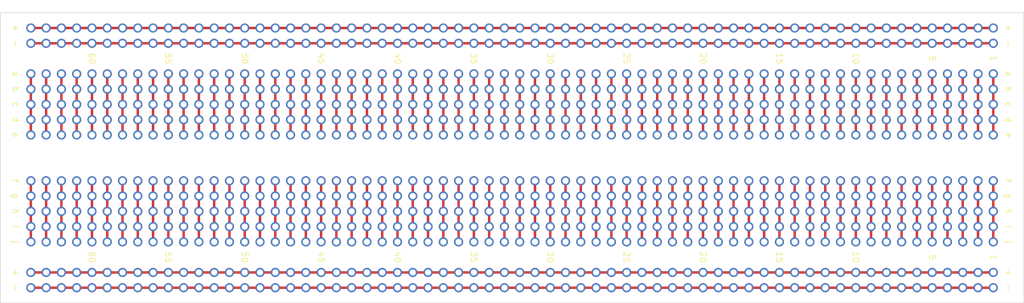
<source format=kicad_pcb>
(kicad_pcb (version 20171130) (host pcbnew 5.1.9-73d0e3b20d~88~ubuntu20.04.1)

  (general
    (thickness 1.6)
    (drawings 58)
    (tracks 132)
    (zones 0)
    (modules 4)
    (nets 1)
  )

  (page A4)
  (layers
    (0 F.Cu signal)
    (31 B.Cu signal)
    (32 B.Adhes user)
    (33 F.Adhes user)
    (34 B.Paste user)
    (35 F.Paste user)
    (36 B.SilkS user)
    (37 F.SilkS user)
    (38 B.Mask user)
    (39 F.Mask user)
    (40 Dwgs.User user)
    (41 Cmts.User user)
    (42 Eco1.User user)
    (43 Eco2.User user)
    (44 Edge.Cuts user)
    (45 Margin user)
    (46 B.CrtYd user)
    (47 F.CrtYd user)
    (48 B.Fab user)
    (49 F.Fab user)
  )

  (setup
    (last_trace_width 0.4064)
    (trace_clearance 0.2032)
    (zone_clearance 0.508)
    (zone_45_only no)
    (trace_min 0.2032)
    (via_size 0.8128)
    (via_drill 0.4064)
    (via_min_size 0.4064)
    (via_min_drill 0.3048)
    (uvia_size 0.3048)
    (uvia_drill 0.1016)
    (uvias_allowed no)
    (uvia_min_size 0.2032)
    (uvia_min_drill 0.1016)
    (edge_width 0.05)
    (segment_width 0.2)
    (pcb_text_width 0.3)
    (pcb_text_size 1.5 1.5)
    (mod_edge_width 0.12)
    (mod_text_size 1 1)
    (mod_text_width 0.15)
    (pad_size 1.524 1.524)
    (pad_drill 0.762)
    (pad_to_mask_clearance 0)
    (aux_axis_origin 0 0)
    (visible_elements FFFFFF7F)
    (pcbplotparams
      (layerselection 0x010fc_ffffffff)
      (usegerberextensions false)
      (usegerberattributes true)
      (usegerberadvancedattributes true)
      (creategerberjobfile true)
      (excludeedgelayer true)
      (linewidth 0.100000)
      (plotframeref false)
      (viasonmask false)
      (mode 1)
      (useauxorigin false)
      (hpglpennumber 1)
      (hpglpenspeed 20)
      (hpglpendiameter 15.000000)
      (psnegative false)
      (psa4output false)
      (plotreference true)
      (plotvalue true)
      (plotinvisibletext false)
      (padsonsilk false)
      (subtractmaskfromsilk false)
      (outputformat 1)
      (mirror false)
      (drillshape 0)
      (scaleselection 1)
      (outputdirectory "out/"))
  )

  (net 0 "")

  (net_class Default "This is the default net class."
    (clearance 0.2032)
    (trace_width 0.4064)
    (via_dia 0.8128)
    (via_drill 0.4064)
    (uvia_dia 0.3048)
    (uvia_drill 0.1016)
    (diff_pair_width 0.2032)
    (diff_pair_gap 0.2032)
  )

  (module MountingHole:MountingHole_3.2mm_M3 (layer F.Cu) (tedit 56D1B4CB) (tstamp 6013DD74)
    (at 151.13 80.01)
    (descr "Mounting Hole 3.2mm, no annular, M3")
    (tags "mounting hole 3.2mm no annular m3")
    (attr virtual)
    (fp_text reference REF** (at 0 -4.2) (layer F.SilkS) hide
      (effects (font (size 1 1) (thickness 0.15)))
    )
    (fp_text value MountingHole_3.2mm_M3 (at 0 4.2) (layer F.Fab) hide
      (effects (font (size 1 1) (thickness 0.15)))
    )
    (fp_circle (center 0 0) (end 3.45 0) (layer F.CrtYd) (width 0.05))
    (fp_circle (center 0 0) (end 3.2 0) (layer Cmts.User) (width 0.15))
    (fp_text user %R (at 0.3 0) (layer F.Fab) hide
      (effects (font (size 1 1) (thickness 0.15)))
    )
    (pad 1 np_thru_hole circle (at 0 0) (size 3.2 3.2) (drill 3.2) (layers *.Cu *.Mask))
  )

  (module MountingHole:MountingHole_3.2mm_M3 (layer F.Cu) (tedit 56D1B4CB) (tstamp 6013DD4A)
    (at 229.87 80.01)
    (descr "Mounting Hole 3.2mm, no annular, M3")
    (tags "mounting hole 3.2mm no annular m3")
    (attr virtual)
    (fp_text reference REF** (at 0 -4.2) (layer F.SilkS) hide
      (effects (font (size 1 1) (thickness 0.15)))
    )
    (fp_text value MountingHole_3.2mm_M3 (at 0 4.2) (layer F.Fab) hide
      (effects (font (size 1 1) (thickness 0.15)))
    )
    (fp_circle (center 0 0) (end 3.2 0) (layer Cmts.User) (width 0.15))
    (fp_circle (center 0 0) (end 3.45 0) (layer F.CrtYd) (width 0.05))
    (fp_text user %R (at 0.3 0) (layer F.Fab) hide
      (effects (font (size 1 1) (thickness 0.15)))
    )
    (pad 1 np_thru_hole circle (at 0 0) (size 3.2 3.2) (drill 3.2) (layers *.Cu *.Mask))
  )

  (module MountingHole:MountingHole_3.2mm_M3 (layer F.Cu) (tedit 56D1B4CB) (tstamp 6013DD37)
    (at 72.39 80.01)
    (descr "Mounting Hole 3.2mm, no annular, M3")
    (tags "mounting hole 3.2mm no annular m3")
    (attr virtual)
    (fp_text reference REF** (at 0 -4.2) (layer F.SilkS) hide
      (effects (font (size 1 1) (thickness 0.15)))
    )
    (fp_text value MountingHole_3.2mm_M3 (at 0 4.2) (layer F.Fab) hide
      (effects (font (size 1 1) (thickness 0.15)))
    )
    (fp_circle (center 0 0) (end 3.45 0) (layer F.CrtYd) (width 0.05))
    (fp_circle (center 0 0) (end 3.2 0) (layer Cmts.User) (width 0.15))
    (fp_text user %R (at 0.3 0) (layer F.Fab) hide
      (effects (font (size 1 1) (thickness 0.15)))
    )
    (pad 1 np_thru_hole circle (at 0 0) (size 3.2 3.2) (drill 3.2) (layers *.Cu *.Mask))
  )

  (module ProtoPCBs:ProtoPCB_64 (layer F.Cu) (tedit 6011E008) (tstamp 601333F0)
    (at 71.12 58.42)
    (fp_text reference REF** (at 0 -7.62) (layer F.SilkS) hide
      (effects (font (size 1 1) (thickness 0.15)))
    )
    (fp_text value ProtoPCB_64 (at 0 -3.81) (layer F.Fab)
      (effects (font (size 1 1) (thickness 0.15)))
    )
    (pad 1 thru_hole circle (at 0 0) (size 1.524 1.524) (drill 1.016) (layers *.Cu *.Mask))
    (pad 1 thru_hole circle (at 157.48 2.54) (size 1.524 1.524) (drill 1.016) (layers *.Cu *.Mask))
    (pad 1 thru_hole circle (at 154.94 2.54) (size 1.524 1.524) (drill 1.016) (layers *.Cu *.Mask))
    (pad 1 thru_hole circle (at 152.4 0) (size 1.524 1.524) (drill 1.016) (layers *.Cu *.Mask))
    (pad 1 thru_hole circle (at 137.16 0) (size 1.524 1.524) (drill 1.016) (layers *.Cu *.Mask))
    (pad 1 thru_hole circle (at 96.52 0) (size 1.524 1.524) (drill 1.016) (layers *.Cu *.Mask))
    (pad 1 thru_hole circle (at 104.14 0) (size 1.524 1.524) (drill 1.016) (layers *.Cu *.Mask))
    (pad 1 thru_hole circle (at 109.22 0) (size 1.524 1.524) (drill 1.016) (layers *.Cu *.Mask))
    (pad 1 thru_hole circle (at 116.84 0) (size 1.524 1.524) (drill 1.016) (layers *.Cu *.Mask))
    (pad 1 thru_hole circle (at 132.08 2.54) (size 1.524 1.524) (drill 1.016) (layers *.Cu *.Mask))
    (pad 1 thru_hole circle (at 139.7 2.54) (size 1.524 1.524) (drill 1.016) (layers *.Cu *.Mask))
    (pad 1 thru_hole circle (at 119.38 0) (size 1.524 1.524) (drill 1.016) (layers *.Cu *.Mask))
    (pad 1 thru_hole circle (at 124.46 0) (size 1.524 1.524) (drill 1.016) (layers *.Cu *.Mask))
    (pad 1 thru_hole circle (at 93.98 0) (size 1.524 1.524) (drill 1.016) (layers *.Cu *.Mask))
    (pad 1 thru_hole circle (at 109.22 2.54) (size 1.524 1.524) (drill 1.016) (layers *.Cu *.Mask))
    (pad 1 thru_hole circle (at 147.32 2.54) (size 1.524 1.524) (drill 1.016) (layers *.Cu *.Mask))
    (pad 1 thru_hole circle (at 149.86 2.54) (size 1.524 1.524) (drill 1.016) (layers *.Cu *.Mask))
    (pad 1 thru_hole circle (at 119.38 2.54) (size 1.524 1.524) (drill 1.016) (layers *.Cu *.Mask))
    (pad 1 thru_hole circle (at 152.4 2.54) (size 1.524 1.524) (drill 1.016) (layers *.Cu *.Mask))
    (pad 1 thru_hole circle (at 160.02 2.54) (size 1.524 1.524) (drill 1.016) (layers *.Cu *.Mask))
    (pad 1 thru_hole circle (at 106.68 2.54) (size 1.524 1.524) (drill 1.016) (layers *.Cu *.Mask))
    (pad 1 thru_hole circle (at 139.7 0) (size 1.524 1.524) (drill 1.016) (layers *.Cu *.Mask))
    (pad 1 thru_hole circle (at 124.46 2.54) (size 1.524 1.524) (drill 1.016) (layers *.Cu *.Mask))
    (pad 1 thru_hole circle (at 129.54 0) (size 1.524 1.524) (drill 1.016) (layers *.Cu *.Mask))
    (pad 1 thru_hole circle (at 83.82 2.54) (size 1.524 1.524) (drill 1.016) (layers *.Cu *.Mask))
    (pad 1 thru_hole circle (at 127 0) (size 1.524 1.524) (drill 1.016) (layers *.Cu *.Mask))
    (pad 1 thru_hole circle (at 121.92 0) (size 1.524 1.524) (drill 1.016) (layers *.Cu *.Mask))
    (pad 1 thru_hole circle (at 86.36 2.54) (size 1.524 1.524) (drill 1.016) (layers *.Cu *.Mask))
    (pad 1 thru_hole circle (at 10.16 2.54) (size 1.524 1.524) (drill 1.016) (layers *.Cu *.Mask))
    (pad 1 thru_hole circle (at 63.5 0) (size 1.524 1.524) (drill 1.016) (layers *.Cu *.Mask))
    (pad 1 thru_hole circle (at 33.02 0) (size 1.524 1.524) (drill 1.016) (layers *.Cu *.Mask))
    (pad 1 thru_hole circle (at 81.28 0) (size 1.524 1.524) (drill 1.016) (layers *.Cu *.Mask))
    (pad 1 thru_hole circle (at 91.44 2.54) (size 1.524 1.524) (drill 1.016) (layers *.Cu *.Mask))
    (pad 1 thru_hole circle (at 144.78 0) (size 1.524 1.524) (drill 1.016) (layers *.Cu *.Mask))
    (pad 1 thru_hole circle (at 114.3 0) (size 1.524 1.524) (drill 1.016) (layers *.Cu *.Mask))
    (pad 1 thru_hole circle (at 93.98 2.54) (size 1.524 1.524) (drill 1.016) (layers *.Cu *.Mask))
    (pad 1 thru_hole circle (at 111.76 0) (size 1.524 1.524) (drill 1.016) (layers *.Cu *.Mask))
    (pad 1 thru_hole circle (at 81.28 2.54) (size 1.524 1.524) (drill 1.016) (layers *.Cu *.Mask))
    (pad 1 thru_hole circle (at 101.6 2.54) (size 1.524 1.524) (drill 1.016) (layers *.Cu *.Mask))
    (pad 1 thru_hole circle (at 121.92 2.54) (size 1.524 1.524) (drill 1.016) (layers *.Cu *.Mask))
    (pad 1 thru_hole circle (at 106.68 0) (size 1.524 1.524) (drill 1.016) (layers *.Cu *.Mask))
    (pad 1 thru_hole circle (at 12.7 2.54) (size 1.524 1.524) (drill 1.016) (layers *.Cu *.Mask))
    (pad 1 thru_hole circle (at 30.48 0) (size 1.524 1.524) (drill 1.016) (layers *.Cu *.Mask))
    (pad 1 thru_hole circle (at 0 2.54) (size 1.524 1.524) (drill 1.016) (layers *.Cu *.Mask))
    (pad 1 thru_hole circle (at 20.32 2.54) (size 1.524 1.524) (drill 1.016) (layers *.Cu *.Mask))
    (pad 1 thru_hole circle (at 83.82 0) (size 1.524 1.524) (drill 1.016) (layers *.Cu *.Mask))
    (pad 1 thru_hole circle (at 134.62 0) (size 1.524 1.524) (drill 1.016) (layers *.Cu *.Mask))
    (pad 1 thru_hole circle (at 40.64 2.54) (size 1.524 1.524) (drill 1.016) (layers *.Cu *.Mask))
    (pad 1 thru_hole circle (at 12.7 0) (size 1.524 1.524) (drill 1.016) (layers *.Cu *.Mask))
    (pad 1 thru_hole circle (at 27.94 2.54) (size 1.524 1.524) (drill 1.016) (layers *.Cu *.Mask))
    (pad 1 thru_hole circle (at 142.24 2.54) (size 1.524 1.524) (drill 1.016) (layers *.Cu *.Mask))
    (pad 1 thru_hole circle (at 157.48 0) (size 1.524 1.524) (drill 1.016) (layers *.Cu *.Mask))
    (pad 1 thru_hole circle (at 91.44 0) (size 1.524 1.524) (drill 1.016) (layers *.Cu *.Mask))
    (pad 1 thru_hole circle (at 160.02 0) (size 1.524 1.524) (drill 1.016) (layers *.Cu *.Mask))
    (pad 1 thru_hole circle (at 144.78 2.54) (size 1.524 1.524) (drill 1.016) (layers *.Cu *.Mask))
    (pad 1 thru_hole circle (at 149.86 0) (size 1.524 1.524) (drill 1.016) (layers *.Cu *.Mask))
    (pad 1 thru_hole circle (at 147.32 0) (size 1.524 1.524) (drill 1.016) (layers *.Cu *.Mask))
    (pad 1 thru_hole circle (at 88.9 0) (size 1.524 1.524) (drill 1.016) (layers *.Cu *.Mask))
    (pad 1 thru_hole circle (at 104.14 2.54) (size 1.524 1.524) (drill 1.016) (layers *.Cu *.Mask))
    (pad 1 thru_hole circle (at 137.16 2.54) (size 1.524 1.524) (drill 1.016) (layers *.Cu *.Mask))
    (pad 1 thru_hole circle (at 154.94 0) (size 1.524 1.524) (drill 1.016) (layers *.Cu *.Mask))
    (pad 1 thru_hole circle (at 111.76 2.54) (size 1.524 1.524) (drill 1.016) (layers *.Cu *.Mask))
    (pad 1 thru_hole circle (at 114.3 2.54) (size 1.524 1.524) (drill 1.016) (layers *.Cu *.Mask))
    (pad 1 thru_hole circle (at 134.62 2.54) (size 1.524 1.524) (drill 1.016) (layers *.Cu *.Mask))
    (pad 1 thru_hole circle (at 132.08 0) (size 1.524 1.524) (drill 1.016) (layers *.Cu *.Mask))
    (pad 1 thru_hole circle (at 101.6 0) (size 1.524 1.524) (drill 1.016) (layers *.Cu *.Mask))
    (pad 1 thru_hole circle (at 116.84 2.54) (size 1.524 1.524) (drill 1.016) (layers *.Cu *.Mask))
    (pad 1 thru_hole circle (at 86.36 0) (size 1.524 1.524) (drill 1.016) (layers *.Cu *.Mask))
    (pad 1 thru_hole circle (at 127 2.54) (size 1.524 1.524) (drill 1.016) (layers *.Cu *.Mask))
    (pad 1 thru_hole circle (at 99.06 0) (size 1.524 1.524) (drill 1.016) (layers *.Cu *.Mask))
    (pad 1 thru_hole circle (at 99.06 2.54) (size 1.524 1.524) (drill 1.016) (layers *.Cu *.Mask))
    (pad 1 thru_hole circle (at 129.54 2.54) (size 1.524 1.524) (drill 1.016) (layers *.Cu *.Mask))
    (pad 1 thru_hole circle (at 96.52 2.54) (size 1.524 1.524) (drill 1.016) (layers *.Cu *.Mask))
    (pad 1 thru_hole circle (at 142.24 0) (size 1.524 1.524) (drill 1.016) (layers *.Cu *.Mask))
    (pad 1 thru_hole circle (at 66.04 2.54) (size 1.524 1.524) (drill 1.016) (layers *.Cu *.Mask))
    (pad 1 thru_hole circle (at 68.58 2.54) (size 1.524 1.524) (drill 1.016) (layers *.Cu *.Mask))
    (pad 1 thru_hole circle (at 38.1 2.54) (size 1.524 1.524) (drill 1.016) (layers *.Cu *.Mask))
    (pad 1 thru_hole circle (at 71.12 2.54) (size 1.524 1.524) (drill 1.016) (layers *.Cu *.Mask))
    (pad 1 thru_hole circle (at 78.74 2.54) (size 1.524 1.524) (drill 1.016) (layers *.Cu *.Mask))
    (pad 1 thru_hole circle (at 25.4 2.54) (size 1.524 1.524) (drill 1.016) (layers *.Cu *.Mask))
    (pad 1 thru_hole circle (at 76.2 2.54) (size 1.524 1.524) (drill 1.016) (layers *.Cu *.Mask))
    (pad 1 thru_hole circle (at 73.66 2.54) (size 1.524 1.524) (drill 1.016) (layers *.Cu *.Mask))
    (pad 1 thru_hole circle (at 71.12 0) (size 1.524 1.524) (drill 1.016) (layers *.Cu *.Mask))
    (pad 1 thru_hole circle (at 55.88 0) (size 1.524 1.524) (drill 1.016) (layers *.Cu *.Mask))
    (pad 1 thru_hole circle (at 15.24 0) (size 1.524 1.524) (drill 1.016) (layers *.Cu *.Mask))
    (pad 1 thru_hole circle (at 22.86 0) (size 1.524 1.524) (drill 1.016) (layers *.Cu *.Mask))
    (pad 1 thru_hole circle (at 27.94 0) (size 1.524 1.524) (drill 1.016) (layers *.Cu *.Mask))
    (pad 1 thru_hole circle (at 35.56 0) (size 1.524 1.524) (drill 1.016) (layers *.Cu *.Mask))
    (pad 1 thru_hole circle (at 50.8 2.54) (size 1.524 1.524) (drill 1.016) (layers *.Cu *.Mask))
    (pad 1 thru_hole circle (at 58.42 2.54) (size 1.524 1.524) (drill 1.016) (layers *.Cu *.Mask))
    (pad 1 thru_hole circle (at 38.1 0) (size 1.524 1.524) (drill 1.016) (layers *.Cu *.Mask))
    (pad 1 thru_hole circle (at 60.96 2.54) (size 1.524 1.524) (drill 1.016) (layers *.Cu *.Mask))
    (pad 1 thru_hole circle (at 76.2 0) (size 1.524 1.524) (drill 1.016) (layers *.Cu *.Mask))
    (pad 1 thru_hole circle (at 10.16 0) (size 1.524 1.524) (drill 1.016) (layers *.Cu *.Mask))
    (pad 1 thru_hole circle (at 43.18 0) (size 1.524 1.524) (drill 1.016) (layers *.Cu *.Mask))
    (pad 1 thru_hole circle (at 78.74 0) (size 1.524 1.524) (drill 1.016) (layers *.Cu *.Mask))
    (pad 1 thru_hole circle (at 63.5 2.54) (size 1.524 1.524) (drill 1.016) (layers *.Cu *.Mask))
    (pad 1 thru_hole circle (at 68.58 0) (size 1.524 1.524) (drill 1.016) (layers *.Cu *.Mask))
    (pad 1 thru_hole circle (at 66.04 0) (size 1.524 1.524) (drill 1.016) (layers *.Cu *.Mask))
    (pad 1 thru_hole circle (at 7.62 0) (size 1.524 1.524) (drill 1.016) (layers *.Cu *.Mask))
    (pad 1 thru_hole circle (at 22.86 2.54) (size 1.524 1.524) (drill 1.016) (layers *.Cu *.Mask))
    (pad 1 thru_hole circle (at 55.88 2.54) (size 1.524 1.524) (drill 1.016) (layers *.Cu *.Mask))
    (pad 1 thru_hole circle (at 73.66 0) (size 1.524 1.524) (drill 1.016) (layers *.Cu *.Mask))
    (pad 1 thru_hole circle (at 30.48 2.54) (size 1.524 1.524) (drill 1.016) (layers *.Cu *.Mask))
    (pad 1 thru_hole circle (at 33.02 2.54) (size 1.524 1.524) (drill 1.016) (layers *.Cu *.Mask))
    (pad 1 thru_hole circle (at 53.34 2.54) (size 1.524 1.524) (drill 1.016) (layers *.Cu *.Mask))
    (pad 1 thru_hole circle (at 50.8 0) (size 1.524 1.524) (drill 1.016) (layers *.Cu *.Mask))
    (pad 1 thru_hole circle (at 20.32 0) (size 1.524 1.524) (drill 1.016) (layers *.Cu *.Mask))
    (pad 1 thru_hole circle (at 35.56 2.54) (size 1.524 1.524) (drill 1.016) (layers *.Cu *.Mask))
    (pad 1 thru_hole circle (at 5.08 0) (size 1.524 1.524) (drill 1.016) (layers *.Cu *.Mask))
    (pad 1 thru_hole circle (at 45.72 2.54) (size 1.524 1.524) (drill 1.016) (layers *.Cu *.Mask))
    (pad 1 thru_hole circle (at 17.78 0) (size 1.524 1.524) (drill 1.016) (layers *.Cu *.Mask))
    (pad 1 thru_hole circle (at 17.78 2.54) (size 1.524 1.524) (drill 1.016) (layers *.Cu *.Mask))
    (pad 1 thru_hole circle (at 48.26 2.54) (size 1.524 1.524) (drill 1.016) (layers *.Cu *.Mask))
    (pad 1 thru_hole circle (at 15.24 2.54) (size 1.524 1.524) (drill 1.016) (layers *.Cu *.Mask))
    (pad 1 thru_hole circle (at 60.96 0) (size 1.524 1.524) (drill 1.016) (layers *.Cu *.Mask))
    (pad 1 thru_hole circle (at 58.42 0) (size 1.524 1.524) (drill 1.016) (layers *.Cu *.Mask))
    (pad 1 thru_hole circle (at 43.18 2.54) (size 1.524 1.524) (drill 1.016) (layers *.Cu *.Mask))
    (pad 1 thru_hole circle (at 48.26 0) (size 1.524 1.524) (drill 1.016) (layers *.Cu *.Mask))
    (pad 1 thru_hole circle (at 2.54 2.54) (size 1.524 1.524) (drill 1.016) (layers *.Cu *.Mask))
    (pad 1 thru_hole circle (at 45.72 0) (size 1.524 1.524) (drill 1.016) (layers *.Cu *.Mask))
    (pad 1 thru_hole circle (at 40.64 0) (size 1.524 1.524) (drill 1.016) (layers *.Cu *.Mask))
    (pad 1 thru_hole circle (at 53.34 0) (size 1.524 1.524) (drill 1.016) (layers *.Cu *.Mask))
    (pad 1 thru_hole circle (at 88.9 2.54) (size 1.524 1.524) (drill 1.016) (layers *.Cu *.Mask))
    (pad 1 thru_hole circle (at 25.4 0) (size 1.524 1.524) (drill 1.016) (layers *.Cu *.Mask))
    (pad 1 thru_hole circle (at 5.08 2.54) (size 1.524 1.524) (drill 1.016) (layers *.Cu *.Mask))
    (pad 1 thru_hole circle (at 7.62 2.54) (size 1.524 1.524) (drill 1.016) (layers *.Cu *.Mask))
    (pad 1 thru_hole circle (at 2.54 0) (size 1.524 1.524) (drill 1.016) (layers *.Cu *.Mask))
    (pad 1 thru_hole circle (at 160.02 40.64) (size 1.524 1.524) (drill 1.016) (layers *.Cu *.Mask))
    (pad 1 thru_hole circle (at 154.94 43.18) (size 1.524 1.524) (drill 1.016) (layers *.Cu *.Mask))
    (pad 1 thru_hole circle (at 154.94 40.64) (size 1.524 1.524) (drill 1.016) (layers *.Cu *.Mask))
    (pad 1 thru_hole circle (at 106.68 40.64) (size 1.524 1.524) (drill 1.016) (layers *.Cu *.Mask))
    (pad 1 thru_hole circle (at 116.84 40.64) (size 1.524 1.524) (drill 1.016) (layers *.Cu *.Mask))
    (pad 1 thru_hole circle (at 104.14 40.64) (size 1.524 1.524) (drill 1.016) (layers *.Cu *.Mask))
    (pad 1 thru_hole circle (at 88.9 40.64) (size 1.524 1.524) (drill 1.016) (layers *.Cu *.Mask))
    (pad 1 thru_hole circle (at 124.46 43.18) (size 1.524 1.524) (drill 1.016) (layers *.Cu *.Mask))
    (pad 1 thru_hole circle (at 88.9 43.18) (size 1.524 1.524) (drill 1.016) (layers *.Cu *.Mask))
    (pad 1 thru_hole circle (at 121.92 40.64) (size 1.524 1.524) (drill 1.016) (layers *.Cu *.Mask))
    (pad 1 thru_hole circle (at 96.52 43.18) (size 1.524 1.524) (drill 1.016) (layers *.Cu *.Mask))
    (pad 1 thru_hole circle (at 127 43.18) (size 1.524 1.524) (drill 1.016) (layers *.Cu *.Mask))
    (pad 1 thru_hole circle (at 83.82 43.18) (size 1.524 1.524) (drill 1.016) (layers *.Cu *.Mask))
    (pad 1 thru_hole circle (at 147.32 40.64) (size 1.524 1.524) (drill 1.016) (layers *.Cu *.Mask))
    (pad 1 thru_hole circle (at 160.02 43.18) (size 1.524 1.524) (drill 1.016) (layers *.Cu *.Mask))
    (pad 1 thru_hole circle (at 101.6 40.64) (size 1.524 1.524) (drill 1.016) (layers *.Cu *.Mask))
    (pad 1 thru_hole circle (at 144.78 43.18) (size 1.524 1.524) (drill 1.016) (layers *.Cu *.Mask))
    (pad 1 thru_hole circle (at 142.24 40.64) (size 1.524 1.524) (drill 1.016) (layers *.Cu *.Mask))
    (pad 1 thru_hole circle (at 147.32 43.18) (size 1.524 1.524) (drill 1.016) (layers *.Cu *.Mask))
    (pad 1 thru_hole circle (at 137.16 43.18) (size 1.524 1.524) (drill 1.016) (layers *.Cu *.Mask))
    (pad 1 thru_hole circle (at 96.52 40.64) (size 1.524 1.524) (drill 1.016) (layers *.Cu *.Mask))
    (pad 1 thru_hole circle (at 119.38 43.18) (size 1.524 1.524) (drill 1.016) (layers *.Cu *.Mask))
    (pad 1 thru_hole circle (at 111.76 40.64) (size 1.524 1.524) (drill 1.016) (layers *.Cu *.Mask))
    (pad 1 thru_hole circle (at 111.76 43.18) (size 1.524 1.524) (drill 1.016) (layers *.Cu *.Mask))
    (pad 1 thru_hole circle (at 106.68 43.18) (size 1.524 1.524) (drill 1.016) (layers *.Cu *.Mask))
    (pad 1 thru_hole circle (at 93.98 43.18) (size 1.524 1.524) (drill 1.016) (layers *.Cu *.Mask))
    (pad 1 thru_hole circle (at 86.36 43.18) (size 1.524 1.524) (drill 1.016) (layers *.Cu *.Mask))
    (pad 1 thru_hole circle (at 99.06 43.18) (size 1.524 1.524) (drill 1.016) (layers *.Cu *.Mask))
    (pad 1 thru_hole circle (at 0 43.18) (size 1.524 1.524) (drill 1.016) (layers *.Cu *.Mask))
    (pad 1 thru_hole circle (at 71.12 40.64) (size 1.524 1.524) (drill 1.016) (layers *.Cu *.Mask))
    (pad 1 thru_hole circle (at 71.12 43.18) (size 1.524 1.524) (drill 1.016) (layers *.Cu *.Mask))
    (pad 1 thru_hole circle (at 68.58 40.64) (size 1.524 1.524) (drill 1.016) (layers *.Cu *.Mask))
    (pad 1 thru_hole circle (at 68.58 43.18) (size 1.524 1.524) (drill 1.016) (layers *.Cu *.Mask))
    (pad 1 thru_hole circle (at 35.56 43.18) (size 1.524 1.524) (drill 1.016) (layers *.Cu *.Mask))
    (pad 1 thru_hole circle (at 22.86 43.18) (size 1.524 1.524) (drill 1.016) (layers *.Cu *.Mask))
    (pad 1 thru_hole circle (at 81.28 43.18) (size 1.524 1.524) (drill 1.016) (layers *.Cu *.Mask))
    (pad 1 thru_hole circle (at 152.4 40.64) (size 1.524 1.524) (drill 1.016) (layers *.Cu *.Mask))
    (pad 1 thru_hole circle (at 152.4 43.18) (size 1.524 1.524) (drill 1.016) (layers *.Cu *.Mask))
    (pad 1 thru_hole circle (at 149.86 40.64) (size 1.524 1.524) (drill 1.016) (layers *.Cu *.Mask))
    (pad 1 thru_hole circle (at 149.86 43.18) (size 1.524 1.524) (drill 1.016) (layers *.Cu *.Mask))
    (pad 1 thru_hole circle (at 116.84 43.18) (size 1.524 1.524) (drill 1.016) (layers *.Cu *.Mask))
    (pad 1 thru_hole circle (at 104.14 43.18) (size 1.524 1.524) (drill 1.016) (layers *.Cu *.Mask))
    (pad 1 thru_hole circle (at 124.46 40.64) (size 1.524 1.524) (drill 1.016) (layers *.Cu *.Mask))
    (pad 1 thru_hole circle (at 144.78 40.64) (size 1.524 1.524) (drill 1.016) (layers *.Cu *.Mask))
    (pad 1 thru_hole circle (at 119.38 40.64) (size 1.524 1.524) (drill 1.016) (layers *.Cu *.Mask))
    (pad 1 thru_hole circle (at 101.6 43.18) (size 1.524 1.524) (drill 1.016) (layers *.Cu *.Mask))
    (pad 1 thru_hole circle (at 43.18 40.64) (size 1.524 1.524) (drill 1.016) (layers *.Cu *.Mask))
    (pad 1 thru_hole circle (at 63.5 40.64) (size 1.524 1.524) (drill 1.016) (layers *.Cu *.Mask))
    (pad 1 thru_hole circle (at 38.1 40.64) (size 1.524 1.524) (drill 1.016) (layers *.Cu *.Mask))
    (pad 1 thru_hole circle (at 20.32 43.18) (size 1.524 1.524) (drill 1.016) (layers *.Cu *.Mask))
    (pad 1 thru_hole circle (at 91.44 43.18) (size 1.524 1.524) (drill 1.016) (layers *.Cu *.Mask))
    (pad 1 thru_hole circle (at 40.64 43.18) (size 1.524 1.524) (drill 1.016) (layers *.Cu *.Mask))
    (pad 1 thru_hole circle (at 27.94 40.64) (size 1.524 1.524) (drill 1.016) (layers *.Cu *.Mask))
    (pad 1 thru_hole circle (at 27.94 43.18) (size 1.524 1.524) (drill 1.016) (layers *.Cu *.Mask))
    (pad 1 thru_hole circle (at 2.54 43.18) (size 1.524 1.524) (drill 1.016) (layers *.Cu *.Mask))
    (pad 1 thru_hole circle (at 142.24 43.18) (size 1.524 1.524) (drill 1.016) (layers *.Cu *.Mask))
    (pad 1 thru_hole circle (at 157.48 43.18) (size 1.524 1.524) (drill 1.016) (layers *.Cu *.Mask))
    (pad 1 thru_hole circle (at 121.92 43.18) (size 1.524 1.524) (drill 1.016) (layers *.Cu *.Mask))
    (pad 1 thru_hole circle (at 109.22 40.64) (size 1.524 1.524) (drill 1.016) (layers *.Cu *.Mask))
    (pad 1 thru_hole circle (at 109.22 43.18) (size 1.524 1.524) (drill 1.016) (layers *.Cu *.Mask))
    (pad 1 thru_hole circle (at 99.06 40.64) (size 1.524 1.524) (drill 1.016) (layers *.Cu *.Mask))
    (pad 1 thru_hole circle (at 157.48 40.64) (size 1.524 1.524) (drill 1.016) (layers *.Cu *.Mask))
    (pad 1 thru_hole circle (at 83.82 40.64) (size 1.524 1.524) (drill 1.016) (layers *.Cu *.Mask))
    (pad 1 thru_hole circle (at 93.98 40.64) (size 1.524 1.524) (drill 1.016) (layers *.Cu *.Mask))
    (pad 1 thru_hole circle (at 132.08 40.64) (size 1.524 1.524) (drill 1.016) (layers *.Cu *.Mask))
    (pad 1 thru_hole circle (at 132.08 43.18) (size 1.524 1.524) (drill 1.016) (layers *.Cu *.Mask))
    (pad 1 thru_hole circle (at 129.54 40.64) (size 1.524 1.524) (drill 1.016) (layers *.Cu *.Mask))
    (pad 1 thru_hole circle (at 129.54 43.18) (size 1.524 1.524) (drill 1.016) (layers *.Cu *.Mask))
    (pad 1 thru_hole circle (at 91.44 40.64) (size 1.524 1.524) (drill 1.016) (layers *.Cu *.Mask))
    (pad 1 thru_hole circle (at 114.3 40.64) (size 1.524 1.524) (drill 1.016) (layers *.Cu *.Mask))
    (pad 1 thru_hole circle (at 137.16 40.64) (size 1.524 1.524) (drill 1.016) (layers *.Cu *.Mask))
    (pad 1 thru_hole circle (at 10.16 40.64) (size 1.524 1.524) (drill 1.016) (layers *.Cu *.Mask))
    (pad 1 thru_hole circle (at 5.08 40.64) (size 1.524 1.524) (drill 1.016) (layers *.Cu *.Mask))
    (pad 1 thru_hole circle (at 17.78 43.18) (size 1.524 1.524) (drill 1.016) (layers *.Cu *.Mask))
    (pad 1 thru_hole circle (at 33.02 40.64) (size 1.524 1.524) (drill 1.016) (layers *.Cu *.Mask))
    (pad 1 thru_hole circle (at 10.16 43.18) (size 1.524 1.524) (drill 1.016) (layers *.Cu *.Mask))
    (pad 1 thru_hole circle (at 139.7 40.64) (size 1.524 1.524) (drill 1.016) (layers *.Cu *.Mask))
    (pad 1 thru_hole circle (at 134.62 43.18) (size 1.524 1.524) (drill 1.016) (layers *.Cu *.Mask))
    (pad 1 thru_hole circle (at 134.62 40.64) (size 1.524 1.524) (drill 1.016) (layers *.Cu *.Mask))
    (pad 1 thru_hole circle (at 114.3 43.18) (size 1.524 1.524) (drill 1.016) (layers *.Cu *.Mask))
    (pad 1 thru_hole circle (at 127 40.64) (size 1.524 1.524) (drill 1.016) (layers *.Cu *.Mask))
    (pad 1 thru_hole circle (at 139.7 43.18) (size 1.524 1.524) (drill 1.016) (layers *.Cu *.Mask))
    (pad 1 thru_hole circle (at 81.28 40.64) (size 1.524 1.524) (drill 1.016) (layers *.Cu *.Mask))
    (pad 1 thru_hole circle (at 66.04 40.64) (size 1.524 1.524) (drill 1.016) (layers *.Cu *.Mask))
    (pad 1 thru_hole circle (at 78.74 43.18) (size 1.524 1.524) (drill 1.016) (layers *.Cu *.Mask))
    (pad 1 thru_hole circle (at 20.32 40.64) (size 1.524 1.524) (drill 1.016) (layers *.Cu *.Mask))
    (pad 1 thru_hole circle (at 63.5 43.18) (size 1.524 1.524) (drill 1.016) (layers *.Cu *.Mask))
    (pad 1 thru_hole circle (at 60.96 40.64) (size 1.524 1.524) (drill 1.016) (layers *.Cu *.Mask))
    (pad 1 thru_hole circle (at 66.04 43.18) (size 1.524 1.524) (drill 1.016) (layers *.Cu *.Mask))
    (pad 1 thru_hole circle (at 55.88 43.18) (size 1.524 1.524) (drill 1.016) (layers *.Cu *.Mask))
    (pad 1 thru_hole circle (at 15.24 40.64) (size 1.524 1.524) (drill 1.016) (layers *.Cu *.Mask))
    (pad 1 thru_hole circle (at 38.1 43.18) (size 1.524 1.524) (drill 1.016) (layers *.Cu *.Mask))
    (pad 1 thru_hole circle (at 30.48 40.64) (size 1.524 1.524) (drill 1.016) (layers *.Cu *.Mask))
    (pad 1 thru_hole circle (at 30.48 43.18) (size 1.524 1.524) (drill 1.016) (layers *.Cu *.Mask))
    (pad 1 thru_hole circle (at 25.4 43.18) (size 1.524 1.524) (drill 1.016) (layers *.Cu *.Mask))
    (pad 1 thru_hole circle (at 78.74 40.64) (size 1.524 1.524) (drill 1.016) (layers *.Cu *.Mask))
    (pad 1 thru_hole circle (at 73.66 43.18) (size 1.524 1.524) (drill 1.016) (layers *.Cu *.Mask))
    (pad 1 thru_hole circle (at 73.66 40.64) (size 1.524 1.524) (drill 1.016) (layers *.Cu *.Mask))
    (pad 1 thru_hole circle (at 25.4 40.64) (size 1.524 1.524) (drill 1.016) (layers *.Cu *.Mask))
    (pad 1 thru_hole circle (at 35.56 40.64) (size 1.524 1.524) (drill 1.016) (layers *.Cu *.Mask))
    (pad 1 thru_hole circle (at 22.86 40.64) (size 1.524 1.524) (drill 1.016) (layers *.Cu *.Mask))
    (pad 1 thru_hole circle (at 7.62 40.64) (size 1.524 1.524) (drill 1.016) (layers *.Cu *.Mask))
    (pad 1 thru_hole circle (at 43.18 43.18) (size 1.524 1.524) (drill 1.016) (layers *.Cu *.Mask))
    (pad 1 thru_hole circle (at 7.62 43.18) (size 1.524 1.524) (drill 1.016) (layers *.Cu *.Mask))
    (pad 1 thru_hole circle (at 40.64 40.64) (size 1.524 1.524) (drill 1.016) (layers *.Cu *.Mask))
    (pad 1 thru_hole circle (at 15.24 43.18) (size 1.524 1.524) (drill 1.016) (layers *.Cu *.Mask))
    (pad 1 thru_hole circle (at 86.36 40.64) (size 1.524 1.524) (drill 1.016) (layers *.Cu *.Mask))
    (pad 1 thru_hole circle (at 60.96 43.18) (size 1.524 1.524) (drill 1.016) (layers *.Cu *.Mask))
    (pad 1 thru_hole circle (at 76.2 43.18) (size 1.524 1.524) (drill 1.016) (layers *.Cu *.Mask))
    (pad 1 thru_hole circle (at 45.72 43.18) (size 1.524 1.524) (drill 1.016) (layers *.Cu *.Mask))
    (pad 1 thru_hole circle (at 17.78 40.64) (size 1.524 1.524) (drill 1.016) (layers *.Cu *.Mask))
    (pad 1 thru_hole circle (at 76.2 40.64) (size 1.524 1.524) (drill 1.016) (layers *.Cu *.Mask))
    (pad 1 thru_hole circle (at 2.54 40.64) (size 1.524 1.524) (drill 1.016) (layers *.Cu *.Mask))
    (pad 1 thru_hole circle (at 12.7 40.64) (size 1.524 1.524) (drill 1.016) (layers *.Cu *.Mask))
    (pad 1 thru_hole circle (at 50.8 40.64) (size 1.524 1.524) (drill 1.016) (layers *.Cu *.Mask))
    (pad 1 thru_hole circle (at 50.8 43.18) (size 1.524 1.524) (drill 1.016) (layers *.Cu *.Mask))
    (pad 1 thru_hole circle (at 48.26 40.64) (size 1.524 1.524) (drill 1.016) (layers *.Cu *.Mask))
    (pad 1 thru_hole circle (at 48.26 43.18) (size 1.524 1.524) (drill 1.016) (layers *.Cu *.Mask))
    (pad 1 thru_hole circle (at 58.42 40.64) (size 1.524 1.524) (drill 1.016) (layers *.Cu *.Mask))
    (pad 1 thru_hole circle (at 53.34 43.18) (size 1.524 1.524) (drill 1.016) (layers *.Cu *.Mask))
    (pad 1 thru_hole circle (at 53.34 40.64) (size 1.524 1.524) (drill 1.016) (layers *.Cu *.Mask))
    (pad 1 thru_hole circle (at 33.02 43.18) (size 1.524 1.524) (drill 1.016) (layers *.Cu *.Mask))
    (pad 1 thru_hole circle (at 45.72 40.64) (size 1.524 1.524) (drill 1.016) (layers *.Cu *.Mask))
    (pad 1 thru_hole circle (at 58.42 43.18) (size 1.524 1.524) (drill 1.016) (layers *.Cu *.Mask))
    (pad 1 thru_hole circle (at 0 40.64) (size 1.524 1.524) (drill 1.016) (layers *.Cu *.Mask))
    (pad 1 thru_hole circle (at 55.88 40.64) (size 1.524 1.524) (drill 1.016) (layers *.Cu *.Mask))
    (pad 1 thru_hole circle (at 12.7 43.18) (size 1.524 1.524) (drill 1.016) (layers *.Cu *.Mask))
    (pad 1 thru_hole circle (at 5.08 43.18) (size 1.524 1.524) (drill 1.016) (layers *.Cu *.Mask))
    (pad 1 thru_hole circle (at 0 25.4) (size 1.524 1.524) (drill 1.016) (layers *.Cu *.Mask))
    (pad 1 thru_hole circle (at 157.48 27.94) (size 1.524 1.524) (drill 1.016) (layers *.Cu *.Mask))
    (pad 1 thru_hole circle (at 154.94 27.94) (size 1.524 1.524) (drill 1.016) (layers *.Cu *.Mask))
    (pad 1 thru_hole circle (at 152.4 25.4) (size 1.524 1.524) (drill 1.016) (layers *.Cu *.Mask))
    (pad 1 thru_hole circle (at 160.02 33.02) (size 1.524 1.524) (drill 1.016) (layers *.Cu *.Mask))
    (pad 1 thru_hole circle (at 154.94 35.56) (size 1.524 1.524) (drill 1.016) (layers *.Cu *.Mask))
    (pad 1 thru_hole circle (at 154.94 33.02) (size 1.524 1.524) (drill 1.016) (layers *.Cu *.Mask))
    (pad 1 thru_hole circle (at 137.16 25.4) (size 1.524 1.524) (drill 1.016) (layers *.Cu *.Mask))
    (pad 1 thru_hole circle (at 124.46 30.48) (size 1.524 1.524) (drill 1.016) (layers *.Cu *.Mask))
    (pad 1 thru_hole circle (at 88.9 30.48) (size 1.524 1.524) (drill 1.016) (layers *.Cu *.Mask))
    (pad 1 thru_hole circle (at 96.52 25.4) (size 1.524 1.524) (drill 1.016) (layers *.Cu *.Mask))
    (pad 1 thru_hole circle (at 104.14 25.4) (size 1.524 1.524) (drill 1.016) (layers *.Cu *.Mask))
    (pad 1 thru_hole circle (at 106.68 33.02) (size 1.524 1.524) (drill 1.016) (layers *.Cu *.Mask))
    (pad 1 thru_hole circle (at 106.68 30.48) (size 1.524 1.524) (drill 1.016) (layers *.Cu *.Mask))
    (pad 1 thru_hole circle (at 116.84 33.02) (size 1.524 1.524) (drill 1.016) (layers *.Cu *.Mask))
    (pad 1 thru_hole circle (at 109.22 25.4) (size 1.524 1.524) (drill 1.016) (layers *.Cu *.Mask))
    (pad 1 thru_hole circle (at 104.14 33.02) (size 1.524 1.524) (drill 1.016) (layers *.Cu *.Mask))
    (pad 1 thru_hole circle (at 88.9 33.02) (size 1.524 1.524) (drill 1.016) (layers *.Cu *.Mask))
    (pad 1 thru_hole circle (at 109.22 30.48) (size 1.524 1.524) (drill 1.016) (layers *.Cu *.Mask))
    (pad 1 thru_hole circle (at 116.84 25.4) (size 1.524 1.524) (drill 1.016) (layers *.Cu *.Mask))
    (pad 1 thru_hole circle (at 124.46 35.56) (size 1.524 1.524) (drill 1.016) (layers *.Cu *.Mask))
    (pad 1 thru_hole circle (at 121.92 30.48) (size 1.524 1.524) (drill 1.016) (layers *.Cu *.Mask))
    (pad 1 thru_hole circle (at 88.9 35.56) (size 1.524 1.524) (drill 1.016) (layers *.Cu *.Mask))
    (pad 1 thru_hole circle (at 132.08 27.94) (size 1.524 1.524) (drill 1.016) (layers *.Cu *.Mask))
    (pad 1 thru_hole circle (at 121.92 33.02) (size 1.524 1.524) (drill 1.016) (layers *.Cu *.Mask))
    (pad 1 thru_hole circle (at 139.7 27.94) (size 1.524 1.524) (drill 1.016) (layers *.Cu *.Mask))
    (pad 1 thru_hole circle (at 104.14 30.48) (size 1.524 1.524) (drill 1.016) (layers *.Cu *.Mask))
    (pad 1 thru_hole circle (at 119.38 25.4) (size 1.524 1.524) (drill 1.016) (layers *.Cu *.Mask))
    (pad 1 thru_hole circle (at 96.52 35.56) (size 1.524 1.524) (drill 1.016) (layers *.Cu *.Mask))
    (pad 1 thru_hole circle (at 127 35.56) (size 1.524 1.524) (drill 1.016) (layers *.Cu *.Mask))
    (pad 1 thru_hole circle (at 124.46 25.4) (size 1.524 1.524) (drill 1.016) (layers *.Cu *.Mask))
    (pad 1 thru_hole circle (at 93.98 25.4) (size 1.524 1.524) (drill 1.016) (layers *.Cu *.Mask))
    (pad 1 thru_hole circle (at 109.22 27.94) (size 1.524 1.524) (drill 1.016) (layers *.Cu *.Mask))
    (pad 1 thru_hole circle (at 83.82 35.56) (size 1.524 1.524) (drill 1.016) (layers *.Cu *.Mask))
    (pad 1 thru_hole circle (at 86.36 30.48) (size 1.524 1.524) (drill 1.016) (layers *.Cu *.Mask))
    (pad 1 thru_hole circle (at 147.32 33.02) (size 1.524 1.524) (drill 1.016) (layers *.Cu *.Mask))
    (pad 1 thru_hole circle (at 147.32 30.48) (size 1.524 1.524) (drill 1.016) (layers *.Cu *.Mask))
    (pad 1 thru_hole circle (at 147.32 27.94) (size 1.524 1.524) (drill 1.016) (layers *.Cu *.Mask))
    (pad 1 thru_hole circle (at 160.02 35.56) (size 1.524 1.524) (drill 1.016) (layers *.Cu *.Mask))
    (pad 1 thru_hole circle (at 149.86 27.94) (size 1.524 1.524) (drill 1.016) (layers *.Cu *.Mask))
    (pad 1 thru_hole circle (at 154.94 30.48) (size 1.524 1.524) (drill 1.016) (layers *.Cu *.Mask))
    (pad 1 thru_hole circle (at 114.3 30.48) (size 1.524 1.524) (drill 1.016) (layers *.Cu *.Mask))
    (pad 1 thru_hole circle (at 101.6 33.02) (size 1.524 1.524) (drill 1.016) (layers *.Cu *.Mask))
    (pad 1 thru_hole circle (at 119.38 27.94) (size 1.524 1.524) (drill 1.016) (layers *.Cu *.Mask))
    (pad 1 thru_hole circle (at 144.78 35.56) (size 1.524 1.524) (drill 1.016) (layers *.Cu *.Mask))
    (pad 1 thru_hole circle (at 142.24 30.48) (size 1.524 1.524) (drill 1.016) (layers *.Cu *.Mask))
    (pad 1 thru_hole circle (at 152.4 27.94) (size 1.524 1.524) (drill 1.016) (layers *.Cu *.Mask))
    (pad 1 thru_hole circle (at 142.24 33.02) (size 1.524 1.524) (drill 1.016) (layers *.Cu *.Mask))
    (pad 1 thru_hole circle (at 160.02 27.94) (size 1.524 1.524) (drill 1.016) (layers *.Cu *.Mask))
    (pad 1 thru_hole circle (at 147.32 35.56) (size 1.524 1.524) (drill 1.016) (layers *.Cu *.Mask))
    (pad 1 thru_hole circle (at 137.16 35.56) (size 1.524 1.524) (drill 1.016) (layers *.Cu *.Mask))
    (pad 1 thru_hole circle (at 106.68 27.94) (size 1.524 1.524) (drill 1.016) (layers *.Cu *.Mask))
    (pad 1 thru_hole circle (at 96.52 33.02) (size 1.524 1.524) (drill 1.016) (layers *.Cu *.Mask))
    (pad 1 thru_hole circle (at 119.38 35.56) (size 1.524 1.524) (drill 1.016) (layers *.Cu *.Mask))
    (pad 1 thru_hole circle (at 111.76 33.02) (size 1.524 1.524) (drill 1.016) (layers *.Cu *.Mask))
    (pad 1 thru_hole circle (at 111.76 35.56) (size 1.524 1.524) (drill 1.016) (layers *.Cu *.Mask))
    (pad 1 thru_hole circle (at 106.68 35.56) (size 1.524 1.524) (drill 1.016) (layers *.Cu *.Mask))
    (pad 1 thru_hole circle (at 91.44 30.48) (size 1.524 1.524) (drill 1.016) (layers *.Cu *.Mask))
    (pad 1 thru_hole circle (at 139.7 25.4) (size 1.524 1.524) (drill 1.016) (layers *.Cu *.Mask))
    (pad 1 thru_hole circle (at 124.46 27.94) (size 1.524 1.524) (drill 1.016) (layers *.Cu *.Mask))
    (pad 1 thru_hole circle (at 137.16 33.02) (size 1.524 1.524) (drill 1.016) (layers *.Cu *.Mask))
    (pad 1 thru_hole circle (at 129.54 25.4) (size 1.524 1.524) (drill 1.016) (layers *.Cu *.Mask))
    (pad 1 thru_hole circle (at 111.76 30.48) (size 1.524 1.524) (drill 1.016) (layers *.Cu *.Mask))
    (pad 1 thru_hole circle (at 93.98 35.56) (size 1.524 1.524) (drill 1.016) (layers *.Cu *.Mask))
    (pad 1 thru_hole circle (at 93.98 30.48) (size 1.524 1.524) (drill 1.016) (layers *.Cu *.Mask))
    (pad 1 thru_hole circle (at 83.82 27.94) (size 1.524 1.524) (drill 1.016) (layers *.Cu *.Mask))
    (pad 1 thru_hole circle (at 86.36 35.56) (size 1.524 1.524) (drill 1.016) (layers *.Cu *.Mask))
    (pad 1 thru_hole circle (at 99.06 35.56) (size 1.524 1.524) (drill 1.016) (layers *.Cu *.Mask))
    (pad 1 thru_hole circle (at 127 25.4) (size 1.524 1.524) (drill 1.016) (layers *.Cu *.Mask))
    (pad 1 thru_hole circle (at 121.92 25.4) (size 1.524 1.524) (drill 1.016) (layers *.Cu *.Mask))
    (pad 1 thru_hole circle (at 86.36 27.94) (size 1.524 1.524) (drill 1.016) (layers *.Cu *.Mask))
    (pad 1 thru_hole circle (at 0 35.56) (size 1.524 1.524) (drill 1.016) (layers *.Cu *.Mask))
    (pad 1 thru_hole circle (at 10.16 27.94) (size 1.524 1.524) (drill 1.016) (layers *.Cu *.Mask))
    (pad 1 thru_hole circle (at 63.5 25.4) (size 1.524 1.524) (drill 1.016) (layers *.Cu *.Mask))
    (pad 1 thru_hole circle (at 71.12 33.02) (size 1.524 1.524) (drill 1.016) (layers *.Cu *.Mask))
    (pad 1 thru_hole circle (at 71.12 35.56) (size 1.524 1.524) (drill 1.016) (layers *.Cu *.Mask))
    (pad 1 thru_hole circle (at 68.58 33.02) (size 1.524 1.524) (drill 1.016) (layers *.Cu *.Mask))
    (pad 1 thru_hole circle (at 68.58 35.56) (size 1.524 1.524) (drill 1.016) (layers *.Cu *.Mask))
    (pad 1 thru_hole circle (at 35.56 35.56) (size 1.524 1.524) (drill 1.016) (layers *.Cu *.Mask))
    (pad 1 thru_hole circle (at 35.56 30.48) (size 1.524 1.524) (drill 1.016) (layers *.Cu *.Mask))
    (pad 1 thru_hole circle (at 33.02 25.4) (size 1.524 1.524) (drill 1.016) (layers *.Cu *.Mask))
    (pad 1 thru_hole circle (at 22.86 35.56) (size 1.524 1.524) (drill 1.016) (layers *.Cu *.Mask))
    (pad 1 thru_hole circle (at 81.28 25.4) (size 1.524 1.524) (drill 1.016) (layers *.Cu *.Mask))
    (pad 1 thru_hole circle (at 81.28 35.56) (size 1.524 1.524) (drill 1.016) (layers *.Cu *.Mask))
    (pad 1 thru_hole circle (at 91.44 27.94) (size 1.524 1.524) (drill 1.016) (layers *.Cu *.Mask))
    (pad 1 thru_hole circle (at 144.78 25.4) (size 1.524 1.524) (drill 1.016) (layers *.Cu *.Mask))
    (pad 1 thru_hole circle (at 152.4 33.02) (size 1.524 1.524) (drill 1.016) (layers *.Cu *.Mask))
    (pad 1 thru_hole circle (at 152.4 35.56) (size 1.524 1.524) (drill 1.016) (layers *.Cu *.Mask))
    (pad 1 thru_hole circle (at 149.86 33.02) (size 1.524 1.524) (drill 1.016) (layers *.Cu *.Mask))
    (pad 1 thru_hole circle (at 149.86 35.56) (size 1.524 1.524) (drill 1.016) (layers *.Cu *.Mask))
    (pad 1 thru_hole circle (at 116.84 35.56) (size 1.524 1.524) (drill 1.016) (layers *.Cu *.Mask))
    (pad 1 thru_hole circle (at 116.84 30.48) (size 1.524 1.524) (drill 1.016) (layers *.Cu *.Mask))
    (pad 1 thru_hole circle (at 114.3 25.4) (size 1.524 1.524) (drill 1.016) (layers *.Cu *.Mask))
    (pad 1 thru_hole circle (at 104.14 35.56) (size 1.524 1.524) (drill 1.016) (layers *.Cu *.Mask))
    (pad 1 thru_hole circle (at 124.46 33.02) (size 1.524 1.524) (drill 1.016) (layers *.Cu *.Mask))
    (pad 1 thru_hole circle (at 129.54 30.48) (size 1.524 1.524) (drill 1.016) (layers *.Cu *.Mask))
    (pad 1 thru_hole circle (at 144.78 33.02) (size 1.524 1.524) (drill 1.016) (layers *.Cu *.Mask))
    (pad 1 thru_hole circle (at 149.86 30.48) (size 1.524 1.524) (drill 1.016) (layers *.Cu *.Mask))
    (pad 1 thru_hole circle (at 152.4 30.48) (size 1.524 1.524) (drill 1.016) (layers *.Cu *.Mask))
    (pad 1 thru_hole circle (at 132.08 30.48) (size 1.524 1.524) (drill 1.016) (layers *.Cu *.Mask))
    (pad 1 thru_hole circle (at 93.98 27.94) (size 1.524 1.524) (drill 1.016) (layers *.Cu *.Mask))
    (pad 1 thru_hole circle (at 101.6 30.48) (size 1.524 1.524) (drill 1.016) (layers *.Cu *.Mask))
    (pad 1 thru_hole circle (at 139.7 30.48) (size 1.524 1.524) (drill 1.016) (layers *.Cu *.Mask))
    (pad 1 thru_hole circle (at 111.76 25.4) (size 1.524 1.524) (drill 1.016) (layers *.Cu *.Mask))
    (pad 1 thru_hole circle (at 119.38 33.02) (size 1.524 1.524) (drill 1.016) (layers *.Cu *.Mask))
    (pad 1 thru_hole circle (at 81.28 27.94) (size 1.524 1.524) (drill 1.016) (layers *.Cu *.Mask))
    (pad 1 thru_hole circle (at 101.6 27.94) (size 1.524 1.524) (drill 1.016) (layers *.Cu *.Mask))
    (pad 1 thru_hole circle (at 101.6 35.56) (size 1.524 1.524) (drill 1.016) (layers *.Cu *.Mask))
    (pad 1 thru_hole circle (at 121.92 27.94) (size 1.524 1.524) (drill 1.016) (layers *.Cu *.Mask))
    (pad 1 thru_hole circle (at 43.18 33.02) (size 1.524 1.524) (drill 1.016) (layers *.Cu *.Mask))
    (pad 1 thru_hole circle (at 48.26 30.48) (size 1.524 1.524) (drill 1.016) (layers *.Cu *.Mask))
    (pad 1 thru_hole circle (at 99.06 30.48) (size 1.524 1.524) (drill 1.016) (layers *.Cu *.Mask))
    (pad 1 thru_hole circle (at 106.68 25.4) (size 1.524 1.524) (drill 1.016) (layers *.Cu *.Mask))
    (pad 1 thru_hole circle (at 63.5 33.02) (size 1.524 1.524) (drill 1.016) (layers *.Cu *.Mask))
    (pad 1 thru_hole circle (at 68.58 30.48) (size 1.524 1.524) (drill 1.016) (layers *.Cu *.Mask))
    (pad 1 thru_hole circle (at 71.12 30.48) (size 1.524 1.524) (drill 1.016) (layers *.Cu *.Mask))
    (pad 1 thru_hole circle (at 81.28 30.48) (size 1.524 1.524) (drill 1.016) (layers *.Cu *.Mask))
    (pad 1 thru_hole circle (at 50.8 30.48) (size 1.524 1.524) (drill 1.016) (layers *.Cu *.Mask))
    (pad 1 thru_hole circle (at 12.7 27.94) (size 1.524 1.524) (drill 1.016) (layers *.Cu *.Mask))
    (pad 1 thru_hole circle (at 20.32 30.48) (size 1.524 1.524) (drill 1.016) (layers *.Cu *.Mask))
    (pad 1 thru_hole circle (at 58.42 30.48) (size 1.524 1.524) (drill 1.016) (layers *.Cu *.Mask))
    (pad 1 thru_hole circle (at 30.48 25.4) (size 1.524 1.524) (drill 1.016) (layers *.Cu *.Mask))
    (pad 1 thru_hole circle (at 38.1 33.02) (size 1.524 1.524) (drill 1.016) (layers *.Cu *.Mask))
    (pad 1 thru_hole circle (at 0 27.94) (size 1.524 1.524) (drill 1.016) (layers *.Cu *.Mask))
    (pad 1 thru_hole circle (at 20.32 27.94) (size 1.524 1.524) (drill 1.016) (layers *.Cu *.Mask))
    (pad 1 thru_hole circle (at 83.82 25.4) (size 1.524 1.524) (drill 1.016) (layers *.Cu *.Mask))
    (pad 1 thru_hole circle (at 20.32 35.56) (size 1.524 1.524) (drill 1.016) (layers *.Cu *.Mask))
    (pad 1 thru_hole circle (at 134.62 25.4) (size 1.524 1.524) (drill 1.016) (layers *.Cu *.Mask))
    (pad 1 thru_hole circle (at 91.44 35.56) (size 1.524 1.524) (drill 1.016) (layers *.Cu *.Mask))
    (pad 1 thru_hole circle (at 40.64 27.94) (size 1.524 1.524) (drill 1.016) (layers *.Cu *.Mask))
    (pad 1 thru_hole circle (at 40.64 35.56) (size 1.524 1.524) (drill 1.016) (layers *.Cu *.Mask))
    (pad 1 thru_hole circle (at 27.94 33.02) (size 1.524 1.524) (drill 1.016) (layers *.Cu *.Mask))
    (pad 1 thru_hole circle (at 27.94 35.56) (size 1.524 1.524) (drill 1.016) (layers *.Cu *.Mask))
    (pad 1 thru_hole circle (at 12.7 25.4) (size 1.524 1.524) (drill 1.016) (layers *.Cu *.Mask))
    (pad 1 thru_hole circle (at 27.94 27.94) (size 1.524 1.524) (drill 1.016) (layers *.Cu *.Mask))
    (pad 1 thru_hole circle (at 2.54 35.56) (size 1.524 1.524) (drill 1.016) (layers *.Cu *.Mask))
    (pad 1 thru_hole circle (at 5.08 30.48) (size 1.524 1.524) (drill 1.016) (layers *.Cu *.Mask))
    (pad 1 thru_hole circle (at 96.52 30.48) (size 1.524 1.524) (drill 1.016) (layers *.Cu *.Mask))
    (pad 1 thru_hole circle (at 160.02 30.48) (size 1.524 1.524) (drill 1.016) (layers *.Cu *.Mask))
    (pad 1 thru_hole circle (at 142.24 27.94) (size 1.524 1.524) (drill 1.016) (layers *.Cu *.Mask))
    (pad 1 thru_hole circle (at 142.24 35.56) (size 1.524 1.524) (drill 1.016) (layers *.Cu *.Mask))
    (pad 1 thru_hole circle (at 157.48 35.56) (size 1.524 1.524) (drill 1.016) (layers *.Cu *.Mask))
    (pad 1 thru_hole circle (at 157.48 25.4) (size 1.524 1.524) (drill 1.016) (layers *.Cu *.Mask))
    (pad 1 thru_hole circle (at 144.78 30.48) (size 1.524 1.524) (drill 1.016) (layers *.Cu *.Mask))
    (pad 1 thru_hole circle (at 91.44 25.4) (size 1.524 1.524) (drill 1.016) (layers *.Cu *.Mask))
    (pad 1 thru_hole circle (at 121.92 35.56) (size 1.524 1.524) (drill 1.016) (layers *.Cu *.Mask))
    (pad 1 thru_hole circle (at 109.22 33.02) (size 1.524 1.524) (drill 1.016) (layers *.Cu *.Mask))
    (pad 1 thru_hole circle (at 109.22 35.56) (size 1.524 1.524) (drill 1.016) (layers *.Cu *.Mask))
    (pad 1 thru_hole circle (at 99.06 33.02) (size 1.524 1.524) (drill 1.016) (layers *.Cu *.Mask))
    (pad 1 thru_hole circle (at 160.02 25.4) (size 1.524 1.524) (drill 1.016) (layers *.Cu *.Mask))
    (pad 1 thru_hole circle (at 144.78 27.94) (size 1.524 1.524) (drill 1.016) (layers *.Cu *.Mask))
    (pad 1 thru_hole circle (at 157.48 33.02) (size 1.524 1.524) (drill 1.016) (layers *.Cu *.Mask))
    (pad 1 thru_hole circle (at 149.86 25.4) (size 1.524 1.524) (drill 1.016) (layers *.Cu *.Mask))
    (pad 1 thru_hole circle (at 147.32 25.4) (size 1.524 1.524) (drill 1.016) (layers *.Cu *.Mask))
    (pad 1 thru_hole circle (at 88.9 25.4) (size 1.524 1.524) (drill 1.016) (layers *.Cu *.Mask))
    (pad 1 thru_hole circle (at 104.14 27.94) (size 1.524 1.524) (drill 1.016) (layers *.Cu *.Mask))
    (pad 1 thru_hole circle (at 83.82 33.02) (size 1.524 1.524) (drill 1.016) (layers *.Cu *.Mask))
    (pad 1 thru_hole circle (at 93.98 33.02) (size 1.524 1.524) (drill 1.016) (layers *.Cu *.Mask))
    (pad 1 thru_hole circle (at 132.08 33.02) (size 1.524 1.524) (drill 1.016) (layers *.Cu *.Mask))
    (pad 1 thru_hole circle (at 132.08 35.56) (size 1.524 1.524) (drill 1.016) (layers *.Cu *.Mask))
    (pad 1 thru_hole circle (at 129.54 33.02) (size 1.524 1.524) (drill 1.016) (layers *.Cu *.Mask))
    (pad 1 thru_hole circle (at 129.54 35.56) (size 1.524 1.524) (drill 1.016) (layers *.Cu *.Mask))
    (pad 1 thru_hole circle (at 137.16 27.94) (size 1.524 1.524) (drill 1.016) (layers *.Cu *.Mask))
    (pad 1 thru_hole circle (at 154.94 25.4) (size 1.524 1.524) (drill 1.016) (layers *.Cu *.Mask))
    (pad 1 thru_hole circle (at 91.44 33.02) (size 1.524 1.524) (drill 1.016) (layers *.Cu *.Mask))
    (pad 1 thru_hole circle (at 137.16 30.48) (size 1.524 1.524) (drill 1.016) (layers *.Cu *.Mask))
    (pad 1 thru_hole circle (at 114.3 33.02) (size 1.524 1.524) (drill 1.016) (layers *.Cu *.Mask))
    (pad 1 thru_hole circle (at 111.76 27.94) (size 1.524 1.524) (drill 1.016) (layers *.Cu *.Mask))
    (pad 1 thru_hole circle (at 114.3 27.94) (size 1.524 1.524) (drill 1.016) (layers *.Cu *.Mask))
    (pad 1 thru_hole circle (at 134.62 27.94) (size 1.524 1.524) (drill 1.016) (layers *.Cu *.Mask))
    (pad 1 thru_hole circle (at 132.08 25.4) (size 1.524 1.524) (drill 1.016) (layers *.Cu *.Mask))
    (pad 1 thru_hole circle (at 139.7 33.02) (size 1.524 1.524) (drill 1.016) (layers *.Cu *.Mask))
    (pad 1 thru_hole circle (at 134.62 35.56) (size 1.524 1.524) (drill 1.016) (layers *.Cu *.Mask))
    (pad 1 thru_hole circle (at 134.62 33.02) (size 1.524 1.524) (drill 1.016) (layers *.Cu *.Mask))
    (pad 1 thru_hole circle (at 101.6 25.4) (size 1.524 1.524) (drill 1.016) (layers *.Cu *.Mask))
    (pad 1 thru_hole circle (at 116.84 27.94) (size 1.524 1.524) (drill 1.016) (layers *.Cu *.Mask))
    (pad 1 thru_hole circle (at 114.3 35.56) (size 1.524 1.524) (drill 1.016) (layers *.Cu *.Mask))
    (pad 1 thru_hole circle (at 86.36 25.4) (size 1.524 1.524) (drill 1.016) (layers *.Cu *.Mask))
    (pad 1 thru_hole circle (at 127 33.02) (size 1.524 1.524) (drill 1.016) (layers *.Cu *.Mask))
    (pad 1 thru_hole circle (at 127 30.48) (size 1.524 1.524) (drill 1.016) (layers *.Cu *.Mask))
    (pad 1 thru_hole circle (at 127 27.94) (size 1.524 1.524) (drill 1.016) (layers *.Cu *.Mask))
    (pad 1 thru_hole circle (at 139.7 35.56) (size 1.524 1.524) (drill 1.016) (layers *.Cu *.Mask))
    (pad 1 thru_hole circle (at 83.82 30.48) (size 1.524 1.524) (drill 1.016) (layers *.Cu *.Mask))
    (pad 1 thru_hole circle (at 99.06 25.4) (size 1.524 1.524) (drill 1.016) (layers *.Cu *.Mask))
    (pad 1 thru_hole circle (at 81.28 33.02) (size 1.524 1.524) (drill 1.016) (layers *.Cu *.Mask))
    (pad 1 thru_hole circle (at 99.06 27.94) (size 1.524 1.524) (drill 1.016) (layers *.Cu *.Mask))
    (pad 1 thru_hole circle (at 129.54 27.94) (size 1.524 1.524) (drill 1.016) (layers *.Cu *.Mask))
    (pad 1 thru_hole circle (at 134.62 30.48) (size 1.524 1.524) (drill 1.016) (layers *.Cu *.Mask))
    (pad 1 thru_hole circle (at 119.38 30.48) (size 1.524 1.524) (drill 1.016) (layers *.Cu *.Mask))
    (pad 1 thru_hole circle (at 96.52 27.94) (size 1.524 1.524) (drill 1.016) (layers *.Cu *.Mask))
    (pad 1 thru_hole circle (at 142.24 25.4) (size 1.524 1.524) (drill 1.016) (layers *.Cu *.Mask))
    (pad 1 thru_hole circle (at 157.48 30.48) (size 1.524 1.524) (drill 1.016) (layers *.Cu *.Mask))
    (pad 1 thru_hole circle (at 66.04 33.02) (size 1.524 1.524) (drill 1.016) (layers *.Cu *.Mask))
    (pad 1 thru_hole circle (at 66.04 30.48) (size 1.524 1.524) (drill 1.016) (layers *.Cu *.Mask))
    (pad 1 thru_hole circle (at 66.04 27.94) (size 1.524 1.524) (drill 1.016) (layers *.Cu *.Mask))
    (pad 1 thru_hole circle (at 78.74 35.56) (size 1.524 1.524) (drill 1.016) (layers *.Cu *.Mask))
    (pad 1 thru_hole circle (at 68.58 27.94) (size 1.524 1.524) (drill 1.016) (layers *.Cu *.Mask))
    (pad 1 thru_hole circle (at 73.66 30.48) (size 1.524 1.524) (drill 1.016) (layers *.Cu *.Mask))
    (pad 1 thru_hole circle (at 33.02 30.48) (size 1.524 1.524) (drill 1.016) (layers *.Cu *.Mask))
    (pad 1 thru_hole circle (at 20.32 33.02) (size 1.524 1.524) (drill 1.016) (layers *.Cu *.Mask))
    (pad 1 thru_hole circle (at 38.1 27.94) (size 1.524 1.524) (drill 1.016) (layers *.Cu *.Mask))
    (pad 1 thru_hole circle (at 63.5 35.56) (size 1.524 1.524) (drill 1.016) (layers *.Cu *.Mask))
    (pad 1 thru_hole circle (at 60.96 30.48) (size 1.524 1.524) (drill 1.016) (layers *.Cu *.Mask))
    (pad 1 thru_hole circle (at 71.12 27.94) (size 1.524 1.524) (drill 1.016) (layers *.Cu *.Mask))
    (pad 1 thru_hole circle (at 60.96 33.02) (size 1.524 1.524) (drill 1.016) (layers *.Cu *.Mask))
    (pad 1 thru_hole circle (at 78.74 27.94) (size 1.524 1.524) (drill 1.016) (layers *.Cu *.Mask))
    (pad 1 thru_hole circle (at 66.04 35.56) (size 1.524 1.524) (drill 1.016) (layers *.Cu *.Mask))
    (pad 1 thru_hole circle (at 55.88 35.56) (size 1.524 1.524) (drill 1.016) (layers *.Cu *.Mask))
    (pad 1 thru_hole circle (at 25.4 27.94) (size 1.524 1.524) (drill 1.016) (layers *.Cu *.Mask))
    (pad 1 thru_hole circle (at 15.24 33.02) (size 1.524 1.524) (drill 1.016) (layers *.Cu *.Mask))
    (pad 1 thru_hole circle (at 38.1 35.56) (size 1.524 1.524) (drill 1.016) (layers *.Cu *.Mask))
    (pad 1 thru_hole circle (at 30.48 33.02) (size 1.524 1.524) (drill 1.016) (layers *.Cu *.Mask))
    (pad 1 thru_hole circle (at 30.48 35.56) (size 1.524 1.524) (drill 1.016) (layers *.Cu *.Mask))
    (pad 1 thru_hole circle (at 25.4 35.56) (size 1.524 1.524) (drill 1.016) (layers *.Cu *.Mask))
    (pad 1 thru_hole circle (at 10.16 30.48) (size 1.524 1.524) (drill 1.016) (layers *.Cu *.Mask))
    (pad 1 thru_hole circle (at 76.2 27.94) (size 1.524 1.524) (drill 1.016) (layers *.Cu *.Mask))
    (pad 1 thru_hole circle (at 73.66 27.94) (size 1.524 1.524) (drill 1.016) (layers *.Cu *.Mask))
    (pad 1 thru_hole circle (at 71.12 25.4) (size 1.524 1.524) (drill 1.016) (layers *.Cu *.Mask))
    (pad 1 thru_hole circle (at 78.74 33.02) (size 1.524 1.524) (drill 1.016) (layers *.Cu *.Mask))
    (pad 1 thru_hole circle (at 73.66 35.56) (size 1.524 1.524) (drill 1.016) (layers *.Cu *.Mask))
    (pad 1 thru_hole circle (at 73.66 33.02) (size 1.524 1.524) (drill 1.016) (layers *.Cu *.Mask))
    (pad 1 thru_hole circle (at 55.88 25.4) (size 1.524 1.524) (drill 1.016) (layers *.Cu *.Mask))
    (pad 1 thru_hole circle (at 43.18 30.48) (size 1.524 1.524) (drill 1.016) (layers *.Cu *.Mask))
    (pad 1 thru_hole circle (at 7.62 30.48) (size 1.524 1.524) (drill 1.016) (layers *.Cu *.Mask))
    (pad 1 thru_hole circle (at 15.24 25.4) (size 1.524 1.524) (drill 1.016) (layers *.Cu *.Mask))
    (pad 1 thru_hole circle (at 22.86 25.4) (size 1.524 1.524) (drill 1.016) (layers *.Cu *.Mask))
    (pad 1 thru_hole circle (at 25.4 33.02) (size 1.524 1.524) (drill 1.016) (layers *.Cu *.Mask))
    (pad 1 thru_hole circle (at 25.4 30.48) (size 1.524 1.524) (drill 1.016) (layers *.Cu *.Mask))
    (pad 1 thru_hole circle (at 35.56 33.02) (size 1.524 1.524) (drill 1.016) (layers *.Cu *.Mask))
    (pad 1 thru_hole circle (at 27.94 25.4) (size 1.524 1.524) (drill 1.016) (layers *.Cu *.Mask))
    (pad 1 thru_hole circle (at 22.86 33.02) (size 1.524 1.524) (drill 1.016) (layers *.Cu *.Mask))
    (pad 1 thru_hole circle (at 7.62 33.02) (size 1.524 1.524) (drill 1.016) (layers *.Cu *.Mask))
    (pad 1 thru_hole circle (at 27.94 30.48) (size 1.524 1.524) (drill 1.016) (layers *.Cu *.Mask))
    (pad 1 thru_hole circle (at 35.56 25.4) (size 1.524 1.524) (drill 1.016) (layers *.Cu *.Mask))
    (pad 1 thru_hole circle (at 43.18 35.56) (size 1.524 1.524) (drill 1.016) (layers *.Cu *.Mask))
    (pad 1 thru_hole circle (at 40.64 30.48) (size 1.524 1.524) (drill 1.016) (layers *.Cu *.Mask))
    (pad 1 thru_hole circle (at 7.62 35.56) (size 1.524 1.524) (drill 1.016) (layers *.Cu *.Mask))
    (pad 1 thru_hole circle (at 50.8 27.94) (size 1.524 1.524) (drill 1.016) (layers *.Cu *.Mask))
    (pad 1 thru_hole circle (at 40.64 33.02) (size 1.524 1.524) (drill 1.016) (layers *.Cu *.Mask))
    (pad 1 thru_hole circle (at 58.42 27.94) (size 1.524 1.524) (drill 1.016) (layers *.Cu *.Mask))
    (pad 1 thru_hole circle (at 22.86 30.48) (size 1.524 1.524) (drill 1.016) (layers *.Cu *.Mask))
    (pad 1 thru_hole circle (at 38.1 25.4) (size 1.524 1.524) (drill 1.016) (layers *.Cu *.Mask))
    (pad 1 thru_hole circle (at 15.24 35.56) (size 1.524 1.524) (drill 1.016) (layers *.Cu *.Mask))
    (pad 1 thru_hole circle (at 86.36 33.02) (size 1.524 1.524) (drill 1.016) (layers *.Cu *.Mask))
    (pad 1 thru_hole circle (at 15.24 30.48) (size 1.524 1.524) (drill 1.016) (layers *.Cu *.Mask))
    (pad 1 thru_hole circle (at 78.74 30.48) (size 1.524 1.524) (drill 1.016) (layers *.Cu *.Mask))
    (pad 1 thru_hole circle (at 60.96 27.94) (size 1.524 1.524) (drill 1.016) (layers *.Cu *.Mask))
    (pad 1 thru_hole circle (at 60.96 35.56) (size 1.524 1.524) (drill 1.016) (layers *.Cu *.Mask))
    (pad 1 thru_hole circle (at 76.2 35.56) (size 1.524 1.524) (drill 1.016) (layers *.Cu *.Mask))
    (pad 1 thru_hole circle (at 76.2 25.4) (size 1.524 1.524) (drill 1.016) (layers *.Cu *.Mask))
    (pad 1 thru_hole circle (at 63.5 30.48) (size 1.524 1.524) (drill 1.016) (layers *.Cu *.Mask))
    (pad 1 thru_hole circle (at 10.16 25.4) (size 1.524 1.524) (drill 1.016) (layers *.Cu *.Mask))
    (pad 1 thru_hole circle (at 45.72 35.56) (size 1.524 1.524) (drill 1.016) (layers *.Cu *.Mask))
    (pad 1 thru_hole circle (at 43.18 25.4) (size 1.524 1.524) (drill 1.016) (layers *.Cu *.Mask))
    (pad 1 thru_hole circle (at 17.78 33.02) (size 1.524 1.524) (drill 1.016) (layers *.Cu *.Mask))
    (pad 1 thru_hole circle (at 78.74 25.4) (size 1.524 1.524) (drill 1.016) (layers *.Cu *.Mask))
    (pad 1 thru_hole circle (at 63.5 27.94) (size 1.524 1.524) (drill 1.016) (layers *.Cu *.Mask))
    (pad 1 thru_hole circle (at 76.2 33.02) (size 1.524 1.524) (drill 1.016) (layers *.Cu *.Mask))
    (pad 1 thru_hole circle (at 68.58 25.4) (size 1.524 1.524) (drill 1.016) (layers *.Cu *.Mask))
    (pad 1 thru_hole circle (at 66.04 25.4) (size 1.524 1.524) (drill 1.016) (layers *.Cu *.Mask))
    (pad 1 thru_hole circle (at 7.62 25.4) (size 1.524 1.524) (drill 1.016) (layers *.Cu *.Mask))
    (pad 1 thru_hole circle (at 22.86 27.94) (size 1.524 1.524) (drill 1.016) (layers *.Cu *.Mask))
    (pad 1 thru_hole circle (at 2.54 33.02) (size 1.524 1.524) (drill 1.016) (layers *.Cu *.Mask))
    (pad 1 thru_hole circle (at 12.7 33.02) (size 1.524 1.524) (drill 1.016) (layers *.Cu *.Mask))
    (pad 1 thru_hole circle (at 50.8 33.02) (size 1.524 1.524) (drill 1.016) (layers *.Cu *.Mask))
    (pad 1 thru_hole circle (at 50.8 35.56) (size 1.524 1.524) (drill 1.016) (layers *.Cu *.Mask))
    (pad 1 thru_hole circle (at 48.26 33.02) (size 1.524 1.524) (drill 1.016) (layers *.Cu *.Mask))
    (pad 1 thru_hole circle (at 48.26 35.56) (size 1.524 1.524) (drill 1.016) (layers *.Cu *.Mask))
    (pad 1 thru_hole circle (at 55.88 27.94) (size 1.524 1.524) (drill 1.016) (layers *.Cu *.Mask))
    (pad 1 thru_hole circle (at 73.66 25.4) (size 1.524 1.524) (drill 1.016) (layers *.Cu *.Mask))
    (pad 1 thru_hole circle (at 30.48 27.94) (size 1.524 1.524) (drill 1.016) (layers *.Cu *.Mask))
    (pad 1 thru_hole circle (at 33.02 27.94) (size 1.524 1.524) (drill 1.016) (layers *.Cu *.Mask))
    (pad 1 thru_hole circle (at 53.34 27.94) (size 1.524 1.524) (drill 1.016) (layers *.Cu *.Mask))
    (pad 1 thru_hole circle (at 50.8 25.4) (size 1.524 1.524) (drill 1.016) (layers *.Cu *.Mask))
    (pad 1 thru_hole circle (at 58.42 33.02) (size 1.524 1.524) (drill 1.016) (layers *.Cu *.Mask))
    (pad 1 thru_hole circle (at 53.34 35.56) (size 1.524 1.524) (drill 1.016) (layers *.Cu *.Mask))
    (pad 1 thru_hole circle (at 53.34 33.02) (size 1.524 1.524) (drill 1.016) (layers *.Cu *.Mask))
    (pad 1 thru_hole circle (at 20.32 25.4) (size 1.524 1.524) (drill 1.016) (layers *.Cu *.Mask))
    (pad 1 thru_hole circle (at 35.56 27.94) (size 1.524 1.524) (drill 1.016) (layers *.Cu *.Mask))
    (pad 1 thru_hole circle (at 33.02 35.56) (size 1.524 1.524) (drill 1.016) (layers *.Cu *.Mask))
    (pad 1 thru_hole circle (at 5.08 25.4) (size 1.524 1.524) (drill 1.016) (layers *.Cu *.Mask))
    (pad 1 thru_hole circle (at 45.72 33.02) (size 1.524 1.524) (drill 1.016) (layers *.Cu *.Mask))
    (pad 1 thru_hole circle (at 45.72 30.48) (size 1.524 1.524) (drill 1.016) (layers *.Cu *.Mask))
    (pad 1 thru_hole circle (at 45.72 27.94) (size 1.524 1.524) (drill 1.016) (layers *.Cu *.Mask))
    (pad 1 thru_hole circle (at 58.42 35.56) (size 1.524 1.524) (drill 1.016) (layers *.Cu *.Mask))
    (pad 1 thru_hole circle (at 2.54 30.48) (size 1.524 1.524) (drill 1.016) (layers *.Cu *.Mask))
    (pad 1 thru_hole circle (at 17.78 25.4) (size 1.524 1.524) (drill 1.016) (layers *.Cu *.Mask))
    (pad 1 thru_hole circle (at 0 33.02) (size 1.524 1.524) (drill 1.016) (layers *.Cu *.Mask))
    (pad 1 thru_hole circle (at 17.78 27.94) (size 1.524 1.524) (drill 1.016) (layers *.Cu *.Mask))
    (pad 1 thru_hole circle (at 48.26 27.94) (size 1.524 1.524) (drill 1.016) (layers *.Cu *.Mask))
    (pad 1 thru_hole circle (at 53.34 30.48) (size 1.524 1.524) (drill 1.016) (layers *.Cu *.Mask))
    (pad 1 thru_hole circle (at 38.1 30.48) (size 1.524 1.524) (drill 1.016) (layers *.Cu *.Mask))
    (pad 1 thru_hole circle (at 15.24 27.94) (size 1.524 1.524) (drill 1.016) (layers *.Cu *.Mask))
    (pad 1 thru_hole circle (at 60.96 25.4) (size 1.524 1.524) (drill 1.016) (layers *.Cu *.Mask))
    (pad 1 thru_hole circle (at 76.2 30.48) (size 1.524 1.524) (drill 1.016) (layers *.Cu *.Mask))
    (pad 1 thru_hole circle (at 58.42 25.4) (size 1.524 1.524) (drill 1.016) (layers *.Cu *.Mask))
    (pad 1 thru_hole circle (at 43.18 27.94) (size 1.524 1.524) (drill 1.016) (layers *.Cu *.Mask))
    (pad 1 thru_hole circle (at 55.88 33.02) (size 1.524 1.524) (drill 1.016) (layers *.Cu *.Mask))
    (pad 1 thru_hole circle (at 48.26 25.4) (size 1.524 1.524) (drill 1.016) (layers *.Cu *.Mask))
    (pad 1 thru_hole circle (at 30.48 30.48) (size 1.524 1.524) (drill 1.016) (layers *.Cu *.Mask))
    (pad 1 thru_hole circle (at 12.7 35.56) (size 1.524 1.524) (drill 1.016) (layers *.Cu *.Mask))
    (pad 1 thru_hole circle (at 12.7 30.48) (size 1.524 1.524) (drill 1.016) (layers *.Cu *.Mask))
    (pad 1 thru_hole circle (at 2.54 27.94) (size 1.524 1.524) (drill 1.016) (layers *.Cu *.Mask))
    (pad 1 thru_hole circle (at 5.08 35.56) (size 1.524 1.524) (drill 1.016) (layers *.Cu *.Mask))
    (pad 1 thru_hole circle (at 17.78 35.56) (size 1.524 1.524) (drill 1.016) (layers *.Cu *.Mask))
    (pad 1 thru_hole circle (at 45.72 25.4) (size 1.524 1.524) (drill 1.016) (layers *.Cu *.Mask))
    (pad 1 thru_hole circle (at 40.64 25.4) (size 1.524 1.524) (drill 1.016) (layers *.Cu *.Mask))
    (pad 1 thru_hole circle (at 55.88 30.48) (size 1.524 1.524) (drill 1.016) (layers *.Cu *.Mask))
    (pad 1 thru_hole circle (at 53.34 25.4) (size 1.524 1.524) (drill 1.016) (layers *.Cu *.Mask))
    (pad 1 thru_hole circle (at 88.9 27.94) (size 1.524 1.524) (drill 1.016) (layers *.Cu *.Mask))
    (pad 1 thru_hole circle (at 17.78 30.48) (size 1.524 1.524) (drill 1.016) (layers *.Cu *.Mask))
    (pad 1 thru_hole circle (at 33.02 33.02) (size 1.524 1.524) (drill 1.016) (layers *.Cu *.Mask))
    (pad 1 thru_hole circle (at 25.4 25.4) (size 1.524 1.524) (drill 1.016) (layers *.Cu *.Mask))
    (pad 1 thru_hole circle (at 10.16 35.56) (size 1.524 1.524) (drill 1.016) (layers *.Cu *.Mask))
    (pad 1 thru_hole circle (at 0 30.48) (size 1.524 1.524) (drill 1.016) (layers *.Cu *.Mask))
    (pad 1 thru_hole circle (at 5.08 27.94) (size 1.524 1.524) (drill 1.016) (layers *.Cu *.Mask))
    (pad 1 thru_hole circle (at 7.62 27.94) (size 1.524 1.524) (drill 1.016) (layers *.Cu *.Mask))
    (pad 1 thru_hole circle (at 2.54 25.4) (size 1.524 1.524) (drill 1.016) (layers *.Cu *.Mask))
    (pad 1 thru_hole circle (at 5.08 33.02) (size 1.524 1.524) (drill 1.016) (layers *.Cu *.Mask))
    (pad 1 thru_hole circle (at 10.16 33.02) (size 1.524 1.524) (drill 1.016) (layers *.Cu *.Mask))
    (pad 1 thru_hole circle (at 81.28 7.62) (size 1.524 1.524) (drill 1.016) (layers *.Cu *.Mask))
    (pad 1 thru_hole circle (at 81.28 17.78) (size 1.524 1.524) (drill 1.016) (layers *.Cu *.Mask))
    (pad 1 thru_hole circle (at 91.44 10.16) (size 1.524 1.524) (drill 1.016) (layers *.Cu *.Mask))
    (pad 1 thru_hole circle (at 144.78 7.62) (size 1.524 1.524) (drill 1.016) (layers *.Cu *.Mask))
    (pad 1 thru_hole circle (at 152.4 15.24) (size 1.524 1.524) (drill 1.016) (layers *.Cu *.Mask))
    (pad 1 thru_hole circle (at 152.4 17.78) (size 1.524 1.524) (drill 1.016) (layers *.Cu *.Mask))
    (pad 1 thru_hole circle (at 149.86 15.24) (size 1.524 1.524) (drill 1.016) (layers *.Cu *.Mask))
    (pad 1 thru_hole circle (at 149.86 17.78) (size 1.524 1.524) (drill 1.016) (layers *.Cu *.Mask))
    (pad 1 thru_hole circle (at 116.84 17.78) (size 1.524 1.524) (drill 1.016) (layers *.Cu *.Mask))
    (pad 1 thru_hole circle (at 116.84 12.7) (size 1.524 1.524) (drill 1.016) (layers *.Cu *.Mask))
    (pad 1 thru_hole circle (at 114.3 7.62) (size 1.524 1.524) (drill 1.016) (layers *.Cu *.Mask))
    (pad 1 thru_hole circle (at 104.14 17.78) (size 1.524 1.524) (drill 1.016) (layers *.Cu *.Mask))
    (pad 1 thru_hole circle (at 124.46 15.24) (size 1.524 1.524) (drill 1.016) (layers *.Cu *.Mask))
    (pad 1 thru_hole circle (at 129.54 12.7) (size 1.524 1.524) (drill 1.016) (layers *.Cu *.Mask))
    (pad 1 thru_hole circle (at 144.78 15.24) (size 1.524 1.524) (drill 1.016) (layers *.Cu *.Mask))
    (pad 1 thru_hole circle (at 149.86 12.7) (size 1.524 1.524) (drill 1.016) (layers *.Cu *.Mask))
    (pad 1 thru_hole circle (at 152.4 12.7) (size 1.524 1.524) (drill 1.016) (layers *.Cu *.Mask))
    (pad 1 thru_hole circle (at 132.08 12.7) (size 1.524 1.524) (drill 1.016) (layers *.Cu *.Mask))
    (pad 1 thru_hole circle (at 93.98 10.16) (size 1.524 1.524) (drill 1.016) (layers *.Cu *.Mask))
    (pad 1 thru_hole circle (at 101.6 12.7) (size 1.524 1.524) (drill 1.016) (layers *.Cu *.Mask))
    (pad 1 thru_hole circle (at 139.7 12.7) (size 1.524 1.524) (drill 1.016) (layers *.Cu *.Mask))
    (pad 1 thru_hole circle (at 111.76 7.62) (size 1.524 1.524) (drill 1.016) (layers *.Cu *.Mask))
    (pad 1 thru_hole circle (at 119.38 15.24) (size 1.524 1.524) (drill 1.016) (layers *.Cu *.Mask))
    (pad 1 thru_hole circle (at 81.28 10.16) (size 1.524 1.524) (drill 1.016) (layers *.Cu *.Mask))
    (pad 1 thru_hole circle (at 101.6 10.16) (size 1.524 1.524) (drill 1.016) (layers *.Cu *.Mask))
    (pad 1 thru_hole circle (at 101.6 17.78) (size 1.524 1.524) (drill 1.016) (layers *.Cu *.Mask))
    (pad 1 thru_hole circle (at 121.92 10.16) (size 1.524 1.524) (drill 1.016) (layers *.Cu *.Mask))
    (pad 1 thru_hole circle (at 121.92 17.78) (size 1.524 1.524) (drill 1.016) (layers *.Cu *.Mask))
    (pad 1 thru_hole circle (at 109.22 15.24) (size 1.524 1.524) (drill 1.016) (layers *.Cu *.Mask))
    (pad 1 thru_hole circle (at 109.22 17.78) (size 1.524 1.524) (drill 1.016) (layers *.Cu *.Mask))
    (pad 1 thru_hole circle (at 93.98 7.62) (size 1.524 1.524) (drill 1.016) (layers *.Cu *.Mask))
    (pad 1 thru_hole circle (at 109.22 10.16) (size 1.524 1.524) (drill 1.016) (layers *.Cu *.Mask))
    (pad 1 thru_hole circle (at 83.82 17.78) (size 1.524 1.524) (drill 1.016) (layers *.Cu *.Mask))
    (pad 1 thru_hole circle (at 86.36 12.7) (size 1.524 1.524) (drill 1.016) (layers *.Cu *.Mask))
    (pad 1 thru_hole circle (at 147.32 15.24) (size 1.524 1.524) (drill 1.016) (layers *.Cu *.Mask))
    (pad 1 thru_hole circle (at 147.32 12.7) (size 1.524 1.524) (drill 1.016) (layers *.Cu *.Mask))
    (pad 1 thru_hole circle (at 147.32 10.16) (size 1.524 1.524) (drill 1.016) (layers *.Cu *.Mask))
    (pad 1 thru_hole circle (at 160.02 17.78) (size 1.524 1.524) (drill 1.016) (layers *.Cu *.Mask))
    (pad 1 thru_hole circle (at 149.86 10.16) (size 1.524 1.524) (drill 1.016) (layers *.Cu *.Mask))
    (pad 1 thru_hole circle (at 154.94 12.7) (size 1.524 1.524) (drill 1.016) (layers *.Cu *.Mask))
    (pad 1 thru_hole circle (at 114.3 12.7) (size 1.524 1.524) (drill 1.016) (layers *.Cu *.Mask))
    (pad 1 thru_hole circle (at 101.6 15.24) (size 1.524 1.524) (drill 1.016) (layers *.Cu *.Mask))
    (pad 1 thru_hole circle (at 119.38 10.16) (size 1.524 1.524) (drill 1.016) (layers *.Cu *.Mask))
    (pad 1 thru_hole circle (at 144.78 17.78) (size 1.524 1.524) (drill 1.016) (layers *.Cu *.Mask))
    (pad 1 thru_hole circle (at 142.24 12.7) (size 1.524 1.524) (drill 1.016) (layers *.Cu *.Mask))
    (pad 1 thru_hole circle (at 152.4 10.16) (size 1.524 1.524) (drill 1.016) (layers *.Cu *.Mask))
    (pad 1 thru_hole circle (at 142.24 15.24) (size 1.524 1.524) (drill 1.016) (layers *.Cu *.Mask))
    (pad 1 thru_hole circle (at 160.02 10.16) (size 1.524 1.524) (drill 1.016) (layers *.Cu *.Mask))
    (pad 1 thru_hole circle (at 147.32 17.78) (size 1.524 1.524) (drill 1.016) (layers *.Cu *.Mask))
    (pad 1 thru_hole circle (at 137.16 17.78) (size 1.524 1.524) (drill 1.016) (layers *.Cu *.Mask))
    (pad 1 thru_hole circle (at 106.68 10.16) (size 1.524 1.524) (drill 1.016) (layers *.Cu *.Mask))
    (pad 1 thru_hole circle (at 96.52 15.24) (size 1.524 1.524) (drill 1.016) (layers *.Cu *.Mask))
    (pad 1 thru_hole circle (at 119.38 17.78) (size 1.524 1.524) (drill 1.016) (layers *.Cu *.Mask))
    (pad 1 thru_hole circle (at 111.76 15.24) (size 1.524 1.524) (drill 1.016) (layers *.Cu *.Mask))
    (pad 1 thru_hole circle (at 111.76 17.78) (size 1.524 1.524) (drill 1.016) (layers *.Cu *.Mask))
    (pad 1 thru_hole circle (at 106.68 17.78) (size 1.524 1.524) (drill 1.016) (layers *.Cu *.Mask))
    (pad 1 thru_hole circle (at 91.44 12.7) (size 1.524 1.524) (drill 1.016) (layers *.Cu *.Mask))
    (pad 1 thru_hole circle (at 157.48 10.16) (size 1.524 1.524) (drill 1.016) (layers *.Cu *.Mask))
    (pad 1 thru_hole circle (at 154.94 10.16) (size 1.524 1.524) (drill 1.016) (layers *.Cu *.Mask))
    (pad 1 thru_hole circle (at 152.4 7.62) (size 1.524 1.524) (drill 1.016) (layers *.Cu *.Mask))
    (pad 1 thru_hole circle (at 160.02 15.24) (size 1.524 1.524) (drill 1.016) (layers *.Cu *.Mask))
    (pad 1 thru_hole circle (at 154.94 17.78) (size 1.524 1.524) (drill 1.016) (layers *.Cu *.Mask))
    (pad 1 thru_hole circle (at 154.94 15.24) (size 1.524 1.524) (drill 1.016) (layers *.Cu *.Mask))
    (pad 1 thru_hole circle (at 137.16 7.62) (size 1.524 1.524) (drill 1.016) (layers *.Cu *.Mask))
    (pad 1 thru_hole circle (at 124.46 12.7) (size 1.524 1.524) (drill 1.016) (layers *.Cu *.Mask))
    (pad 1 thru_hole circle (at 88.9 12.7) (size 1.524 1.524) (drill 1.016) (layers *.Cu *.Mask))
    (pad 1 thru_hole circle (at 96.52 7.62) (size 1.524 1.524) (drill 1.016) (layers *.Cu *.Mask))
    (pad 1 thru_hole circle (at 104.14 7.62) (size 1.524 1.524) (drill 1.016) (layers *.Cu *.Mask))
    (pad 1 thru_hole circle (at 106.68 15.24) (size 1.524 1.524) (drill 1.016) (layers *.Cu *.Mask))
    (pad 1 thru_hole circle (at 106.68 12.7) (size 1.524 1.524) (drill 1.016) (layers *.Cu *.Mask))
    (pad 1 thru_hole circle (at 116.84 15.24) (size 1.524 1.524) (drill 1.016) (layers *.Cu *.Mask))
    (pad 1 thru_hole circle (at 109.22 7.62) (size 1.524 1.524) (drill 1.016) (layers *.Cu *.Mask))
    (pad 1 thru_hole circle (at 104.14 15.24) (size 1.524 1.524) (drill 1.016) (layers *.Cu *.Mask))
    (pad 1 thru_hole circle (at 88.9 15.24) (size 1.524 1.524) (drill 1.016) (layers *.Cu *.Mask))
    (pad 1 thru_hole circle (at 109.22 12.7) (size 1.524 1.524) (drill 1.016) (layers *.Cu *.Mask))
    (pad 1 thru_hole circle (at 116.84 7.62) (size 1.524 1.524) (drill 1.016) (layers *.Cu *.Mask))
    (pad 1 thru_hole circle (at 124.46 17.78) (size 1.524 1.524) (drill 1.016) (layers *.Cu *.Mask))
    (pad 1 thru_hole circle (at 121.92 12.7) (size 1.524 1.524) (drill 1.016) (layers *.Cu *.Mask))
    (pad 1 thru_hole circle (at 88.9 17.78) (size 1.524 1.524) (drill 1.016) (layers *.Cu *.Mask))
    (pad 1 thru_hole circle (at 132.08 10.16) (size 1.524 1.524) (drill 1.016) (layers *.Cu *.Mask))
    (pad 1 thru_hole circle (at 121.92 15.24) (size 1.524 1.524) (drill 1.016) (layers *.Cu *.Mask))
    (pad 1 thru_hole circle (at 139.7 10.16) (size 1.524 1.524) (drill 1.016) (layers *.Cu *.Mask))
    (pad 1 thru_hole circle (at 104.14 12.7) (size 1.524 1.524) (drill 1.016) (layers *.Cu *.Mask))
    (pad 1 thru_hole circle (at 119.38 7.62) (size 1.524 1.524) (drill 1.016) (layers *.Cu *.Mask))
    (pad 1 thru_hole circle (at 96.52 17.78) (size 1.524 1.524) (drill 1.016) (layers *.Cu *.Mask))
    (pad 1 thru_hole circle (at 96.52 12.7) (size 1.524 1.524) (drill 1.016) (layers *.Cu *.Mask))
    (pad 1 thru_hole circle (at 160.02 12.7) (size 1.524 1.524) (drill 1.016) (layers *.Cu *.Mask))
    (pad 1 thru_hole circle (at 142.24 10.16) (size 1.524 1.524) (drill 1.016) (layers *.Cu *.Mask))
    (pad 1 thru_hole circle (at 142.24 17.78) (size 1.524 1.524) (drill 1.016) (layers *.Cu *.Mask))
    (pad 1 thru_hole circle (at 157.48 17.78) (size 1.524 1.524) (drill 1.016) (layers *.Cu *.Mask))
    (pad 1 thru_hole circle (at 157.48 7.62) (size 1.524 1.524) (drill 1.016) (layers *.Cu *.Mask))
    (pad 1 thru_hole circle (at 144.78 12.7) (size 1.524 1.524) (drill 1.016) (layers *.Cu *.Mask))
    (pad 1 thru_hole circle (at 91.44 7.62) (size 1.524 1.524) (drill 1.016) (layers *.Cu *.Mask))
    (pad 1 thru_hole circle (at 127 17.78) (size 1.524 1.524) (drill 1.016) (layers *.Cu *.Mask))
    (pad 1 thru_hole circle (at 124.46 7.62) (size 1.524 1.524) (drill 1.016) (layers *.Cu *.Mask))
    (pad 1 thru_hole circle (at 99.06 15.24) (size 1.524 1.524) (drill 1.016) (layers *.Cu *.Mask))
    (pad 1 thru_hole circle (at 160.02 7.62) (size 1.524 1.524) (drill 1.016) (layers *.Cu *.Mask))
    (pad 1 thru_hole circle (at 144.78 10.16) (size 1.524 1.524) (drill 1.016) (layers *.Cu *.Mask))
    (pad 1 thru_hole circle (at 157.48 15.24) (size 1.524 1.524) (drill 1.016) (layers *.Cu *.Mask))
    (pad 1 thru_hole circle (at 149.86 7.62) (size 1.524 1.524) (drill 1.016) (layers *.Cu *.Mask))
    (pad 1 thru_hole circle (at 147.32 7.62) (size 1.524 1.524) (drill 1.016) (layers *.Cu *.Mask))
    (pad 1 thru_hole circle (at 88.9 7.62) (size 1.524 1.524) (drill 1.016) (layers *.Cu *.Mask))
    (pad 1 thru_hole circle (at 104.14 10.16) (size 1.524 1.524) (drill 1.016) (layers *.Cu *.Mask))
    (pad 1 thru_hole circle (at 83.82 15.24) (size 1.524 1.524) (drill 1.016) (layers *.Cu *.Mask))
    (pad 1 thru_hole circle (at 93.98 15.24) (size 1.524 1.524) (drill 1.016) (layers *.Cu *.Mask))
    (pad 1 thru_hole circle (at 132.08 15.24) (size 1.524 1.524) (drill 1.016) (layers *.Cu *.Mask))
    (pad 1 thru_hole circle (at 132.08 17.78) (size 1.524 1.524) (drill 1.016) (layers *.Cu *.Mask))
    (pad 1 thru_hole circle (at 129.54 15.24) (size 1.524 1.524) (drill 1.016) (layers *.Cu *.Mask))
    (pad 1 thru_hole circle (at 129.54 17.78) (size 1.524 1.524) (drill 1.016) (layers *.Cu *.Mask))
    (pad 1 thru_hole circle (at 137.16 10.16) (size 1.524 1.524) (drill 1.016) (layers *.Cu *.Mask))
    (pad 1 thru_hole circle (at 154.94 7.62) (size 1.524 1.524) (drill 1.016) (layers *.Cu *.Mask))
    (pad 1 thru_hole circle (at 111.76 10.16) (size 1.524 1.524) (drill 1.016) (layers *.Cu *.Mask))
    (pad 1 thru_hole circle (at 114.3 10.16) (size 1.524 1.524) (drill 1.016) (layers *.Cu *.Mask))
    (pad 1 thru_hole circle (at 134.62 10.16) (size 1.524 1.524) (drill 1.016) (layers *.Cu *.Mask))
    (pad 1 thru_hole circle (at 132.08 7.62) (size 1.524 1.524) (drill 1.016) (layers *.Cu *.Mask))
    (pad 1 thru_hole circle (at 139.7 15.24) (size 1.524 1.524) (drill 1.016) (layers *.Cu *.Mask))
    (pad 1 thru_hole circle (at 134.62 17.78) (size 1.524 1.524) (drill 1.016) (layers *.Cu *.Mask))
    (pad 1 thru_hole circle (at 134.62 15.24) (size 1.524 1.524) (drill 1.016) (layers *.Cu *.Mask))
    (pad 1 thru_hole circle (at 101.6 7.62) (size 1.524 1.524) (drill 1.016) (layers *.Cu *.Mask))
    (pad 1 thru_hole circle (at 116.84 10.16) (size 1.524 1.524) (drill 1.016) (layers *.Cu *.Mask))
    (pad 1 thru_hole circle (at 114.3 17.78) (size 1.524 1.524) (drill 1.016) (layers *.Cu *.Mask))
    (pad 1 thru_hole circle (at 86.36 7.62) (size 1.524 1.524) (drill 1.016) (layers *.Cu *.Mask))
    (pad 1 thru_hole circle (at 127 15.24) (size 1.524 1.524) (drill 1.016) (layers *.Cu *.Mask))
    (pad 1 thru_hole circle (at 127 12.7) (size 1.524 1.524) (drill 1.016) (layers *.Cu *.Mask))
    (pad 1 thru_hole circle (at 127 10.16) (size 1.524 1.524) (drill 1.016) (layers *.Cu *.Mask))
    (pad 1 thru_hole circle (at 139.7 17.78) (size 1.524 1.524) (drill 1.016) (layers *.Cu *.Mask))
    (pad 1 thru_hole circle (at 83.82 12.7) (size 1.524 1.524) (drill 1.016) (layers *.Cu *.Mask))
    (pad 1 thru_hole circle (at 99.06 7.62) (size 1.524 1.524) (drill 1.016) (layers *.Cu *.Mask))
    (pad 1 thru_hole circle (at 81.28 15.24) (size 1.524 1.524) (drill 1.016) (layers *.Cu *.Mask))
    (pad 1 thru_hole circle (at 99.06 10.16) (size 1.524 1.524) (drill 1.016) (layers *.Cu *.Mask))
    (pad 1 thru_hole circle (at 129.54 10.16) (size 1.524 1.524) (drill 1.016) (layers *.Cu *.Mask))
    (pad 1 thru_hole circle (at 134.62 12.7) (size 1.524 1.524) (drill 1.016) (layers *.Cu *.Mask))
    (pad 1 thru_hole circle (at 119.38 12.7) (size 1.524 1.524) (drill 1.016) (layers *.Cu *.Mask))
    (pad 1 thru_hole circle (at 96.52 10.16) (size 1.524 1.524) (drill 1.016) (layers *.Cu *.Mask))
    (pad 1 thru_hole circle (at 142.24 7.62) (size 1.524 1.524) (drill 1.016) (layers *.Cu *.Mask))
    (pad 1 thru_hole circle (at 157.48 12.7) (size 1.524 1.524) (drill 1.016) (layers *.Cu *.Mask))
    (pad 1 thru_hole circle (at 139.7 7.62) (size 1.524 1.524) (drill 1.016) (layers *.Cu *.Mask))
    (pad 1 thru_hole circle (at 124.46 10.16) (size 1.524 1.524) (drill 1.016) (layers *.Cu *.Mask))
    (pad 1 thru_hole circle (at 137.16 15.24) (size 1.524 1.524) (drill 1.016) (layers *.Cu *.Mask))
    (pad 1 thru_hole circle (at 129.54 7.62) (size 1.524 1.524) (drill 1.016) (layers *.Cu *.Mask))
    (pad 1 thru_hole circle (at 111.76 12.7) (size 1.524 1.524) (drill 1.016) (layers *.Cu *.Mask))
    (pad 1 thru_hole circle (at 93.98 17.78) (size 1.524 1.524) (drill 1.016) (layers *.Cu *.Mask))
    (pad 1 thru_hole circle (at 93.98 12.7) (size 1.524 1.524) (drill 1.016) (layers *.Cu *.Mask))
    (pad 1 thru_hole circle (at 83.82 10.16) (size 1.524 1.524) (drill 1.016) (layers *.Cu *.Mask))
    (pad 1 thru_hole circle (at 86.36 17.78) (size 1.524 1.524) (drill 1.016) (layers *.Cu *.Mask))
    (pad 1 thru_hole circle (at 99.06 17.78) (size 1.524 1.524) (drill 1.016) (layers *.Cu *.Mask))
    (pad 1 thru_hole circle (at 127 7.62) (size 1.524 1.524) (drill 1.016) (layers *.Cu *.Mask))
    (pad 1 thru_hole circle (at 121.92 7.62) (size 1.524 1.524) (drill 1.016) (layers *.Cu *.Mask))
    (pad 1 thru_hole circle (at 137.16 12.7) (size 1.524 1.524) (drill 1.016) (layers *.Cu *.Mask))
    (pad 1 thru_hole circle (at 134.62 7.62) (size 1.524 1.524) (drill 1.016) (layers *.Cu *.Mask))
    (pad 1 thru_hole circle (at 99.06 12.7) (size 1.524 1.524) (drill 1.016) (layers *.Cu *.Mask))
    (pad 1 thru_hole circle (at 114.3 15.24) (size 1.524 1.524) (drill 1.016) (layers *.Cu *.Mask))
    (pad 1 thru_hole circle (at 106.68 7.62) (size 1.524 1.524) (drill 1.016) (layers *.Cu *.Mask))
    (pad 1 thru_hole circle (at 91.44 17.78) (size 1.524 1.524) (drill 1.016) (layers *.Cu *.Mask))
    (pad 1 thru_hole circle (at 81.28 12.7) (size 1.524 1.524) (drill 1.016) (layers *.Cu *.Mask))
    (pad 1 thru_hole circle (at 86.36 10.16) (size 1.524 1.524) (drill 1.016) (layers *.Cu *.Mask))
    (pad 1 thru_hole circle (at 88.9 10.16) (size 1.524 1.524) (drill 1.016) (layers *.Cu *.Mask))
    (pad 1 thru_hole circle (at 83.82 7.62) (size 1.524 1.524) (drill 1.016) (layers *.Cu *.Mask))
    (pad 1 thru_hole circle (at 86.36 15.24) (size 1.524 1.524) (drill 1.016) (layers *.Cu *.Mask))
    (pad 1 thru_hole circle (at 91.44 15.24) (size 1.524 1.524) (drill 1.016) (layers *.Cu *.Mask))
    (pad 1 thru_hole circle (at 63.5 15.24) (size 1.524 1.524) (drill 1.016) (layers *.Cu *.Mask))
    (pad 1 thru_hole circle (at 68.58 12.7) (size 1.524 1.524) (drill 1.016) (layers *.Cu *.Mask))
    (pad 1 thru_hole circle (at 71.12 12.7) (size 1.524 1.524) (drill 1.016) (layers *.Cu *.Mask))
    (pad 1 thru_hole circle (at 78.74 12.7) (size 1.524 1.524) (drill 1.016) (layers *.Cu *.Mask))
    (pad 1 thru_hole circle (at 60.96 10.16) (size 1.524 1.524) (drill 1.016) (layers *.Cu *.Mask))
    (pad 1 thru_hole circle (at 60.96 17.78) (size 1.524 1.524) (drill 1.016) (layers *.Cu *.Mask))
    (pad 1 thru_hole circle (at 76.2 17.78) (size 1.524 1.524) (drill 1.016) (layers *.Cu *.Mask))
    (pad 1 thru_hole circle (at 76.2 7.62) (size 1.524 1.524) (drill 1.016) (layers *.Cu *.Mask))
    (pad 1 thru_hole circle (at 63.5 12.7) (size 1.524 1.524) (drill 1.016) (layers *.Cu *.Mask))
    (pad 1 thru_hole circle (at 63.5 17.78) (size 1.524 1.524) (drill 1.016) (layers *.Cu *.Mask))
    (pad 1 thru_hole circle (at 60.96 12.7) (size 1.524 1.524) (drill 1.016) (layers *.Cu *.Mask))
    (pad 1 thru_hole circle (at 71.12 10.16) (size 1.524 1.524) (drill 1.016) (layers *.Cu *.Mask))
    (pad 1 thru_hole circle (at 60.96 15.24) (size 1.524 1.524) (drill 1.016) (layers *.Cu *.Mask))
    (pad 1 thru_hole circle (at 78.74 10.16) (size 1.524 1.524) (drill 1.016) (layers *.Cu *.Mask))
    (pad 1 thru_hole circle (at 66.04 17.78) (size 1.524 1.524) (drill 1.016) (layers *.Cu *.Mask))
    (pad 1 thru_hole circle (at 63.5 7.62) (size 1.524 1.524) (drill 1.016) (layers *.Cu *.Mask))
    (pad 1 thru_hole circle (at 71.12 15.24) (size 1.524 1.524) (drill 1.016) (layers *.Cu *.Mask))
    (pad 1 thru_hole circle (at 71.12 17.78) (size 1.524 1.524) (drill 1.016) (layers *.Cu *.Mask))
    (pad 1 thru_hole circle (at 68.58 15.24) (size 1.524 1.524) (drill 1.016) (layers *.Cu *.Mask))
    (pad 1 thru_hole circle (at 68.58 17.78) (size 1.524 1.524) (drill 1.016) (layers *.Cu *.Mask))
    (pad 1 thru_hole circle (at 76.2 10.16) (size 1.524 1.524) (drill 1.016) (layers *.Cu *.Mask))
    (pad 1 thru_hole circle (at 73.66 10.16) (size 1.524 1.524) (drill 1.016) (layers *.Cu *.Mask))
    (pad 1 thru_hole circle (at 71.12 7.62) (size 1.524 1.524) (drill 1.016) (layers *.Cu *.Mask))
    (pad 1 thru_hole circle (at 78.74 15.24) (size 1.524 1.524) (drill 1.016) (layers *.Cu *.Mask))
    (pad 1 thru_hole circle (at 73.66 17.78) (size 1.524 1.524) (drill 1.016) (layers *.Cu *.Mask))
    (pad 1 thru_hole circle (at 73.66 15.24) (size 1.524 1.524) (drill 1.016) (layers *.Cu *.Mask))
    (pad 1 thru_hole circle (at 66.04 15.24) (size 1.524 1.524) (drill 1.016) (layers *.Cu *.Mask))
    (pad 1 thru_hole circle (at 66.04 12.7) (size 1.524 1.524) (drill 1.016) (layers *.Cu *.Mask))
    (pad 1 thru_hole circle (at 66.04 10.16) (size 1.524 1.524) (drill 1.016) (layers *.Cu *.Mask))
    (pad 1 thru_hole circle (at 78.74 17.78) (size 1.524 1.524) (drill 1.016) (layers *.Cu *.Mask))
    (pad 1 thru_hole circle (at 68.58 10.16) (size 1.524 1.524) (drill 1.016) (layers *.Cu *.Mask))
    (pad 1 thru_hole circle (at 73.66 12.7) (size 1.524 1.524) (drill 1.016) (layers *.Cu *.Mask))
    (pad 1 thru_hole circle (at 78.74 7.62) (size 1.524 1.524) (drill 1.016) (layers *.Cu *.Mask))
    (pad 1 thru_hole circle (at 63.5 10.16) (size 1.524 1.524) (drill 1.016) (layers *.Cu *.Mask))
    (pad 1 thru_hole circle (at 76.2 15.24) (size 1.524 1.524) (drill 1.016) (layers *.Cu *.Mask))
    (pad 1 thru_hole circle (at 68.58 7.62) (size 1.524 1.524) (drill 1.016) (layers *.Cu *.Mask))
    (pad 1 thru_hole circle (at 66.04 7.62) (size 1.524 1.524) (drill 1.016) (layers *.Cu *.Mask))
    (pad 1 thru_hole circle (at 60.96 7.62) (size 1.524 1.524) (drill 1.016) (layers *.Cu *.Mask))
    (pad 1 thru_hole circle (at 76.2 12.7) (size 1.524 1.524) (drill 1.016) (layers *.Cu *.Mask))
    (pad 1 thru_hole circle (at 73.66 7.62) (size 1.524 1.524) (drill 1.016) (layers *.Cu *.Mask))
    (pad 1 thru_hole circle (at 55.88 17.78) (size 1.524 1.524) (drill 1.016) (layers *.Cu *.Mask))
    (pad 1 thru_hole circle (at 55.88 12.7) (size 1.524 1.524) (drill 1.016) (layers *.Cu *.Mask))
    (pad 1 thru_hole circle (at 53.34 7.62) (size 1.524 1.524) (drill 1.016) (layers *.Cu *.Mask))
    (pad 1 thru_hole circle (at 43.18 17.78) (size 1.524 1.524) (drill 1.016) (layers *.Cu *.Mask))
    (pad 1 thru_hole circle (at 40.64 12.7) (size 1.524 1.524) (drill 1.016) (layers *.Cu *.Mask))
    (pad 1 thru_hole circle (at 50.8 7.62) (size 1.524 1.524) (drill 1.016) (layers *.Cu *.Mask))
    (pad 1 thru_hole circle (at 58.42 15.24) (size 1.524 1.524) (drill 1.016) (layers *.Cu *.Mask))
    (pad 1 thru_hole circle (at 40.64 10.16) (size 1.524 1.524) (drill 1.016) (layers *.Cu *.Mask))
    (pad 1 thru_hole circle (at 40.64 17.78) (size 1.524 1.524) (drill 1.016) (layers *.Cu *.Mask))
    (pad 1 thru_hole circle (at 48.26 15.24) (size 1.524 1.524) (drill 1.016) (layers *.Cu *.Mask))
    (pad 1 thru_hole circle (at 48.26 17.78) (size 1.524 1.524) (drill 1.016) (layers *.Cu *.Mask))
    (pad 1 thru_hole circle (at 48.26 10.16) (size 1.524 1.524) (drill 1.016) (layers *.Cu *.Mask))
    (pad 1 thru_hole circle (at 53.34 12.7) (size 1.524 1.524) (drill 1.016) (layers *.Cu *.Mask))
    (pad 1 thru_hole circle (at 40.64 15.24) (size 1.524 1.524) (drill 1.016) (layers *.Cu *.Mask))
    (pad 1 thru_hole circle (at 58.42 10.16) (size 1.524 1.524) (drill 1.016) (layers *.Cu *.Mask))
    (pad 1 thru_hole circle (at 45.72 10.16) (size 1.524 1.524) (drill 1.016) (layers *.Cu *.Mask))
    (pad 1 thru_hole circle (at 58.42 17.78) (size 1.524 1.524) (drill 1.016) (layers *.Cu *.Mask))
    (pad 1 thru_hole circle (at 50.8 15.24) (size 1.524 1.524) (drill 1.016) (layers *.Cu *.Mask))
    (pad 1 thru_hole circle (at 50.8 17.78) (size 1.524 1.524) (drill 1.016) (layers *.Cu *.Mask))
    (pad 1 thru_hole circle (at 45.72 17.78) (size 1.524 1.524) (drill 1.016) (layers *.Cu *.Mask))
    (pad 1 thru_hole circle (at 43.18 7.62) (size 1.524 1.524) (drill 1.016) (layers *.Cu *.Mask))
    (pad 1 thru_hole circle (at 45.72 15.24) (size 1.524 1.524) (drill 1.016) (layers *.Cu *.Mask))
    (pad 1 thru_hole circle (at 45.72 12.7) (size 1.524 1.524) (drill 1.016) (layers *.Cu *.Mask))
    (pad 1 thru_hole circle (at 55.88 15.24) (size 1.524 1.524) (drill 1.016) (layers *.Cu *.Mask))
    (pad 1 thru_hole circle (at 48.26 7.62) (size 1.524 1.524) (drill 1.016) (layers *.Cu *.Mask))
    (pad 1 thru_hole circle (at 43.18 15.24) (size 1.524 1.524) (drill 1.016) (layers *.Cu *.Mask))
    (pad 1 thru_hole circle (at 48.26 12.7) (size 1.524 1.524) (drill 1.016) (layers *.Cu *.Mask))
    (pad 1 thru_hole circle (at 55.88 7.62) (size 1.524 1.524) (drill 1.016) (layers *.Cu *.Mask))
    (pad 1 thru_hole circle (at 43.18 12.7) (size 1.524 1.524) (drill 1.016) (layers *.Cu *.Mask))
    (pad 1 thru_hole circle (at 58.42 7.62) (size 1.524 1.524) (drill 1.016) (layers *.Cu *.Mask))
    (pad 1 thru_hole circle (at 43.18 10.16) (size 1.524 1.524) (drill 1.016) (layers *.Cu *.Mask))
    (pad 1 thru_hole circle (at 50.8 10.16) (size 1.524 1.524) (drill 1.016) (layers *.Cu *.Mask))
    (pad 1 thru_hole circle (at 53.34 10.16) (size 1.524 1.524) (drill 1.016) (layers *.Cu *.Mask))
    (pad 1 thru_hole circle (at 40.64 7.62) (size 1.524 1.524) (drill 1.016) (layers *.Cu *.Mask))
    (pad 1 thru_hole circle (at 55.88 10.16) (size 1.524 1.524) (drill 1.016) (layers *.Cu *.Mask))
    (pad 1 thru_hole circle (at 53.34 17.78) (size 1.524 1.524) (drill 1.016) (layers *.Cu *.Mask))
    (pad 1 thru_hole circle (at 58.42 12.7) (size 1.524 1.524) (drill 1.016) (layers *.Cu *.Mask))
    (pad 1 thru_hole circle (at 50.8 12.7) (size 1.524 1.524) (drill 1.016) (layers *.Cu *.Mask))
    (pad 1 thru_hole circle (at 53.34 15.24) (size 1.524 1.524) (drill 1.016) (layers *.Cu *.Mask))
    (pad 1 thru_hole circle (at 45.72 7.62) (size 1.524 1.524) (drill 1.016) (layers *.Cu *.Mask))
    (pad 1 thru_hole circle (at 20.32 7.62) (size 1.524 1.524) (drill 1.016) (layers *.Cu *.Mask))
    (pad 1 thru_hole circle (at 20.32 17.78) (size 1.524 1.524) (drill 1.016) (layers *.Cu *.Mask))
    (pad 1 thru_hole circle (at 30.48 10.16) (size 1.524 1.524) (drill 1.016) (layers *.Cu *.Mask))
    (pad 1 thru_hole circle (at 33.02 10.16) (size 1.524 1.524) (drill 1.016) (layers *.Cu *.Mask))
    (pad 1 thru_hole circle (at 20.32 10.16) (size 1.524 1.524) (drill 1.016) (layers *.Cu *.Mask))
    (pad 1 thru_hole circle (at 33.02 7.62) (size 1.524 1.524) (drill 1.016) (layers *.Cu *.Mask))
    (pad 1 thru_hole circle (at 22.86 17.78) (size 1.524 1.524) (drill 1.016) (layers *.Cu *.Mask))
    (pad 1 thru_hole circle (at 25.4 12.7) (size 1.524 1.524) (drill 1.016) (layers *.Cu *.Mask))
    (pad 1 thru_hole circle (at 35.56 15.24) (size 1.524 1.524) (drill 1.016) (layers *.Cu *.Mask))
    (pad 1 thru_hole circle (at 30.48 12.7) (size 1.524 1.524) (drill 1.016) (layers *.Cu *.Mask))
    (pad 1 thru_hole circle (at 27.94 12.7) (size 1.524 1.524) (drill 1.016) (layers *.Cu *.Mask))
    (pad 1 thru_hole circle (at 35.56 7.62) (size 1.524 1.524) (drill 1.016) (layers *.Cu *.Mask))
    (pad 1 thru_hole circle (at 27.94 15.24) (size 1.524 1.524) (drill 1.016) (layers *.Cu *.Mask))
    (pad 1 thru_hole circle (at 27.94 17.78) (size 1.524 1.524) (drill 1.016) (layers *.Cu *.Mask))
    (pad 1 thru_hole circle (at 35.56 17.78) (size 1.524 1.524) (drill 1.016) (layers *.Cu *.Mask))
    (pad 1 thru_hole circle (at 35.56 12.7) (size 1.524 1.524) (drill 1.016) (layers *.Cu *.Mask))
    (pad 1 thru_hole circle (at 30.48 7.62) (size 1.524 1.524) (drill 1.016) (layers *.Cu *.Mask))
    (pad 1 thru_hole circle (at 38.1 15.24) (size 1.524 1.524) (drill 1.016) (layers *.Cu *.Mask))
    (pad 1 thru_hole circle (at 27.94 7.62) (size 1.524 1.524) (drill 1.016) (layers *.Cu *.Mask))
    (pad 1 thru_hole circle (at 22.86 15.24) (size 1.524 1.524) (drill 1.016) (layers *.Cu *.Mask))
    (pad 1 thru_hole circle (at 33.02 15.24) (size 1.524 1.524) (drill 1.016) (layers *.Cu *.Mask))
    (pad 1 thru_hole circle (at 25.4 7.62) (size 1.524 1.524) (drill 1.016) (layers *.Cu *.Mask))
    (pad 1 thru_hole circle (at 22.86 12.7) (size 1.524 1.524) (drill 1.016) (layers *.Cu *.Mask))
    (pad 1 thru_hole circle (at 38.1 7.62) (size 1.524 1.524) (drill 1.016) (layers *.Cu *.Mask))
    (pad 1 thru_hole circle (at 20.32 15.24) (size 1.524 1.524) (drill 1.016) (layers *.Cu *.Mask))
    (pad 1 thru_hole circle (at 38.1 10.16) (size 1.524 1.524) (drill 1.016) (layers *.Cu *.Mask))
    (pad 1 thru_hole circle (at 35.56 10.16) (size 1.524 1.524) (drill 1.016) (layers *.Cu *.Mask))
    (pad 1 thru_hole circle (at 33.02 17.78) (size 1.524 1.524) (drill 1.016) (layers *.Cu *.Mask))
    (pad 1 thru_hole circle (at 33.02 12.7) (size 1.524 1.524) (drill 1.016) (layers *.Cu *.Mask))
    (pad 1 thru_hole circle (at 22.86 10.16) (size 1.524 1.524) (drill 1.016) (layers *.Cu *.Mask))
    (pad 1 thru_hole circle (at 25.4 17.78) (size 1.524 1.524) (drill 1.016) (layers *.Cu *.Mask))
    (pad 1 thru_hole circle (at 38.1 17.78) (size 1.524 1.524) (drill 1.016) (layers *.Cu *.Mask))
    (pad 1 thru_hole circle (at 38.1 12.7) (size 1.524 1.524) (drill 1.016) (layers *.Cu *.Mask))
    (pad 1 thru_hole circle (at 30.48 17.78) (size 1.524 1.524) (drill 1.016) (layers *.Cu *.Mask))
    (pad 1 thru_hole circle (at 20.32 12.7) (size 1.524 1.524) (drill 1.016) (layers *.Cu *.Mask))
    (pad 1 thru_hole circle (at 25.4 10.16) (size 1.524 1.524) (drill 1.016) (layers *.Cu *.Mask))
    (pad 1 thru_hole circle (at 27.94 10.16) (size 1.524 1.524) (drill 1.016) (layers *.Cu *.Mask))
    (pad 1 thru_hole circle (at 22.86 7.62) (size 1.524 1.524) (drill 1.016) (layers *.Cu *.Mask))
    (pad 1 thru_hole circle (at 25.4 15.24) (size 1.524 1.524) (drill 1.016) (layers *.Cu *.Mask))
    (pad 1 thru_hole circle (at 30.48 15.24) (size 1.524 1.524) (drill 1.016) (layers *.Cu *.Mask))
    (pad 1 thru_hole circle (at 17.78 15.24) (size 1.524 1.524) (drill 1.016) (layers *.Cu *.Mask))
    (pad 1 thru_hole circle (at 17.78 7.62) (size 1.524 1.524) (drill 1.016) (layers *.Cu *.Mask))
    (pad 1 thru_hole circle (at 17.78 17.78) (size 1.524 1.524) (drill 1.016) (layers *.Cu *.Mask))
    (pad 1 thru_hole circle (at 17.78 12.7) (size 1.524 1.524) (drill 1.016) (layers *.Cu *.Mask))
    (pad 1 thru_hole circle (at 17.78 10.16) (size 1.524 1.524) (drill 1.016) (layers *.Cu *.Mask))
    (pad 1 thru_hole circle (at 15.24 10.16) (size 1.524 1.524) (drill 1.016) (layers *.Cu *.Mask))
    (pad 1 thru_hole circle (at 15.24 7.62) (size 1.524 1.524) (drill 1.016) (layers *.Cu *.Mask))
    (pad 1 thru_hole circle (at 15.24 15.24) (size 1.524 1.524) (drill 1.016) (layers *.Cu *.Mask))
    (pad 1 thru_hole circle (at 15.24 17.78) (size 1.524 1.524) (drill 1.016) (layers *.Cu *.Mask))
    (pad 1 thru_hole circle (at 15.24 12.7) (size 1.524 1.524) (drill 1.016) (layers *.Cu *.Mask))
    (pad 1 thru_hole circle (at 12.7 10.16) (size 1.524 1.524) (drill 1.016) (layers *.Cu *.Mask))
    (pad 1 thru_hole circle (at 12.7 12.7) (size 1.524 1.524) (drill 1.016) (layers *.Cu *.Mask))
    (pad 1 thru_hole circle (at 12.7 7.62) (size 1.524 1.524) (drill 1.016) (layers *.Cu *.Mask))
    (pad 1 thru_hole circle (at 12.7 17.78) (size 1.524 1.524) (drill 1.016) (layers *.Cu *.Mask))
    (pad 1 thru_hole circle (at 12.7 15.24) (size 1.524 1.524) (drill 1.016) (layers *.Cu *.Mask))
    (pad 1 thru_hole circle (at 10.16 12.7) (size 1.524 1.524) (drill 1.016) (layers *.Cu *.Mask))
    (pad 1 thru_hole circle (at 10.16 15.24) (size 1.524 1.524) (drill 1.016) (layers *.Cu *.Mask))
    (pad 1 thru_hole circle (at 10.16 17.78) (size 1.524 1.524) (drill 1.016) (layers *.Cu *.Mask))
    (pad 1 thru_hole circle (at 10.16 7.62) (size 1.524 1.524) (drill 1.016) (layers *.Cu *.Mask))
    (pad 1 thru_hole circle (at 10.16 10.16) (size 1.524 1.524) (drill 1.016) (layers *.Cu *.Mask))
    (pad 1 thru_hole circle (at 7.62 12.7) (size 1.524 1.524) (drill 1.016) (layers *.Cu *.Mask))
    (pad 1 thru_hole circle (at 7.62 7.62) (size 1.524 1.524) (drill 1.016) (layers *.Cu *.Mask))
    (pad 1 thru_hole circle (at 7.62 17.78) (size 1.524 1.524) (drill 1.016) (layers *.Cu *.Mask))
    (pad 1 thru_hole circle (at 7.62 10.16) (size 1.524 1.524) (drill 1.016) (layers *.Cu *.Mask))
    (pad 1 thru_hole circle (at 7.62 15.24) (size 1.524 1.524) (drill 1.016) (layers *.Cu *.Mask))
    (pad 1 thru_hole circle (at 5.08 17.78) (size 1.524 1.524) (drill 1.016) (layers *.Cu *.Mask))
    (pad 1 thru_hole circle (at 5.08 15.24) (size 1.524 1.524) (drill 1.016) (layers *.Cu *.Mask))
    (pad 1 thru_hole circle (at 5.08 12.7) (size 1.524 1.524) (drill 1.016) (layers *.Cu *.Mask))
    (pad 1 thru_hole circle (at 5.08 10.16) (size 1.524 1.524) (drill 1.016) (layers *.Cu *.Mask))
    (pad 1 thru_hole circle (at 5.08 7.62) (size 1.524 1.524) (drill 1.016) (layers *.Cu *.Mask))
    (pad 1 thru_hole circle (at 2.54 7.62) (size 1.524 1.524) (drill 1.016) (layers *.Cu *.Mask))
    (pad 1 thru_hole circle (at 2.54 17.78) (size 1.524 1.524) (drill 1.016) (layers *.Cu *.Mask))
    (pad 1 thru_hole circle (at 2.54 10.16) (size 1.524 1.524) (drill 1.016) (layers *.Cu *.Mask))
    (pad 1 thru_hole circle (at 2.54 15.24) (size 1.524 1.524) (drill 1.016) (layers *.Cu *.Mask))
    (pad 1 thru_hole circle (at 2.54 12.7) (size 1.524 1.524) (drill 1.016) (layers *.Cu *.Mask))
    (pad 1 thru_hole circle (at 0 17.78) (size 1.524 1.524) (drill 1.016) (layers *.Cu *.Mask))
    (pad 1 thru_hole circle (at 0 15.24) (size 1.524 1.524) (drill 1.016) (layers *.Cu *.Mask))
    (pad 1 thru_hole circle (at 0 12.7) (size 1.524 1.524) (drill 1.016) (layers *.Cu *.Mask))
    (pad 1 thru_hole circle (at 0 10.16) (size 1.524 1.524) (drill 1.016) (layers *.Cu *.Mask))
    (pad 1 thru_hole circle (at 0 7.62) (size 1.524 1.524) (drill 1.016) (layers *.Cu *.Mask))
  )

  (gr_line (start 236.22 55.88) (end 236.22 104.14) (layer Edge.Cuts) (width 0.1))
  (gr_line (start 66.04 55.88) (end 236.22 55.88) (layer Edge.Cuts) (width 0.1))
  (gr_line (start 66.04 104.14) (end 66.04 55.88) (layer Edge.Cuts) (width 0.1))
  (gr_line (start 236.22 104.14) (end 66.04 104.14) (layer Edge.Cuts) (width 0.1))
  (gr_text - (at 233.68 60.96 -90) (layer F.SilkS) (tstamp 6013D0A5)
    (effects (font (size 1 1) (thickness 0.15)))
  )
  (gr_text + (at 233.68 58.42 -90) (layer F.SilkS) (tstamp 6013D0A4)
    (effects (font (size 1 1) (thickness 0.15)))
  )
  (gr_text + (at 233.68 99.06 -90) (layer F.SilkS) (tstamp 6013D0A1)
    (effects (font (size 1 1) (thickness 0.15)))
  )
  (gr_text - (at 233.68 101.6 -90) (layer F.SilkS) (tstamp 6013D0A0)
    (effects (font (size 1 1) (thickness 0.15)))
  )
  (gr_text - (at 68.58 101.6 -90) (layer F.SilkS) (tstamp 6013D099)
    (effects (font (size 1 1) (thickness 0.15)))
  )
  (gr_text + (at 68.58 99.06 -90) (layer F.SilkS) (tstamp 6013D098)
    (effects (font (size 1 1) (thickness 0.15)))
  )
  (gr_text - (at 68.58 60.96 -90) (layer F.SilkS) (tstamp 6013D093)
    (effects (font (size 1 1) (thickness 0.15)))
  )
  (gr_text + (at 68.58 58.42 -90) (layer F.SilkS) (tstamp 6013D08F)
    (effects (font (size 1 1) (thickness 0.15)))
  )
  (gr_text i (at 68.58 91.44 -90) (layer F.SilkS) (tstamp 6013C97A)
    (effects (font (size 1 1) (thickness 0.15)))
  )
  (gr_text e (at 68.58 76.2 -90) (layer F.SilkS) (tstamp 6013C979)
    (effects (font (size 1 1) (thickness 0.15)))
  )
  (gr_text g (at 68.58 86.36 -90) (layer F.SilkS) (tstamp 6013C978)
    (effects (font (size 1 1) (thickness 0.15)))
  )
  (gr_text j (at 68.58 93.98 -90) (layer F.SilkS) (tstamp 6013C977)
    (effects (font (size 1 1) (thickness 0.15)))
  )
  (gr_text c (at 68.58 71.12 -90) (layer F.SilkS) (tstamp 6013C976)
    (effects (font (size 1 1) (thickness 0.15)))
  )
  (gr_text f (at 68.58 83.82 -90) (layer F.SilkS) (tstamp 6013C975)
    (effects (font (size 1 1) (thickness 0.15)))
  )
  (gr_text b (at 68.58 68.58 -90) (layer F.SilkS) (tstamp 6013C974)
    (effects (font (size 1 1) (thickness 0.15)))
  )
  (gr_text h (at 68.58 88.9 -90) (layer F.SilkS) (tstamp 6013C973)
    (effects (font (size 1 1) (thickness 0.15)))
  )
  (gr_text a (at 68.58 66.04 -90) (layer F.SilkS) (tstamp 6013C972)
    (effects (font (size 1 1) (thickness 0.15)))
  )
  (gr_text d (at 68.58 73.66 -90) (layer F.SilkS) (tstamp 6013C971)
    (effects (font (size 1 1) (thickness 0.15)))
  )
  (gr_text j (at 233.68 93.98 -90) (layer F.SilkS) (tstamp 6013C965)
    (effects (font (size 1 1) (thickness 0.15)))
  )
  (gr_text i (at 233.68 91.44 -90) (layer F.SilkS) (tstamp 6013C962)
    (effects (font (size 1 1) (thickness 0.15)))
  )
  (gr_text h (at 233.68 88.9 -90) (layer F.SilkS) (tstamp 6013C95F)
    (effects (font (size 1 1) (thickness 0.15)))
  )
  (gr_text g (at 233.68 86.36 -90) (layer F.SilkS) (tstamp 6013C95C)
    (effects (font (size 1 1) (thickness 0.15)))
  )
  (gr_text f (at 233.68 83.82 -90) (layer F.SilkS) (tstamp 6013C959)
    (effects (font (size 1 1) (thickness 0.15)))
  )
  (gr_text e (at 233.68 76.2 -90) (layer F.SilkS) (tstamp 6013C956)
    (effects (font (size 1 1) (thickness 0.15)))
  )
  (gr_text d (at 233.68 73.66 -90) (layer F.SilkS) (tstamp 6013C952)
    (effects (font (size 1 1) (thickness 0.15)))
  )
  (gr_text c (at 233.68 71.12 -90) (layer F.SilkS) (tstamp 6013C94F)
    (effects (font (size 1 1) (thickness 0.15)))
  )
  (gr_text b (at 233.68 68.58 -90) (layer F.SilkS) (tstamp 6013C94B)
    (effects (font (size 1 1) (thickness 0.15)))
  )
  (gr_text a (at 233.68 66.04 -90) (layer F.SilkS) (tstamp 6013C947)
    (effects (font (size 1 1) (thickness 0.15)))
  )
  (gr_text 30 (at 157.48 96.52 -90) (layer F.SilkS) (tstamp 6013C5B4)
    (effects (font (size 1 1) (thickness 0.15)))
  )
  (gr_text 5 (at 220.98 96.52 -90) (layer F.SilkS) (tstamp 6013C5B3)
    (effects (font (size 1 1) (thickness 0.15)))
  )
  (gr_text 35 (at 144.78 96.52 -90) (layer F.SilkS) (tstamp 6013C5B2)
    (effects (font (size 1 1) (thickness 0.15)))
  )
  (gr_text 40 (at 132.08 96.52 -90) (layer F.SilkS) (tstamp 6013C5B1)
    (effects (font (size 1 1) (thickness 0.15)))
  )
  (gr_text 45 (at 119.38 96.52 -90) (layer F.SilkS) (tstamp 6013C5B0)
    (effects (font (size 1 1) (thickness 0.15)))
  )
  (gr_text 1 (at 231.14 96.52 270) (layer F.SilkS) (tstamp 6013C5AF)
    (effects (font (size 1 1) (thickness 0.15)))
  )
  (gr_text 25 (at 170.18 96.52 -90) (layer F.SilkS) (tstamp 6013C5AE)
    (effects (font (size 1 1) (thickness 0.15)))
  )
  (gr_text 60 (at 81.28 96.52 -90) (layer F.SilkS) (tstamp 6013C5AD)
    (effects (font (size 1 1) (thickness 0.15)))
  )
  (gr_text 50 (at 106.68 96.52 -90) (layer F.SilkS) (tstamp 6013C5AC)
    (effects (font (size 1 1) (thickness 0.15)))
  )
  (gr_text 20 (at 182.88 96.52 -90) (layer F.SilkS) (tstamp 6013C5AB)
    (effects (font (size 1 1) (thickness 0.15)))
  )
  (gr_text 10 (at 208.28 96.52 -90) (layer F.SilkS) (tstamp 6013C5AA)
    (effects (font (size 1 1) (thickness 0.15)))
  )
  (gr_text 55 (at 93.98 96.52 -90) (layer F.SilkS) (tstamp 6013C5A9)
    (effects (font (size 1 1) (thickness 0.15)))
  )
  (gr_text 15 (at 195.58 96.52 -90) (layer F.SilkS) (tstamp 6013C5A8)
    (effects (font (size 1 1) (thickness 0.15)))
  )
  (gr_text 60 (at 81.28 63.5 -90) (layer F.SilkS) (tstamp 60134DBF)
    (effects (font (size 1 1) (thickness 0.15)))
  )
  (gr_text 55 (at 93.98 63.5 -90) (layer F.SilkS) (tstamp 60134DBB)
    (effects (font (size 1 1) (thickness 0.15)))
  )
  (gr_text 50 (at 106.68 63.5 -90) (layer F.SilkS) (tstamp 60134DB8)
    (effects (font (size 1 1) (thickness 0.15)))
  )
  (gr_text 45 (at 119.38 63.5 -90) (layer F.SilkS) (tstamp 60134DB3)
    (effects (font (size 1 1) (thickness 0.15)))
  )
  (gr_text 40 (at 132.08 63.5 -90) (layer F.SilkS) (tstamp 60134DB0)
    (effects (font (size 1 1) (thickness 0.15)))
  )
  (gr_text 35 (at 144.78 63.5 -90) (layer F.SilkS) (tstamp 60134DAC)
    (effects (font (size 1 1) (thickness 0.15)))
  )
  (gr_text 30 (at 157.48 63.5 -90) (layer F.SilkS) (tstamp 60134DA8)
    (effects (font (size 1 1) (thickness 0.15)))
  )
  (gr_text 25 (at 170.18 63.5 -90) (layer F.SilkS) (tstamp 60134DA4)
    (effects (font (size 1 1) (thickness 0.15)))
  )
  (gr_text 20 (at 182.88 63.5 -90) (layer F.SilkS) (tstamp 60134D9F)
    (effects (font (size 1 1) (thickness 0.15)))
  )
  (gr_text 15 (at 195.58 63.5 -90) (layer F.SilkS) (tstamp 60134D9B)
    (effects (font (size 1 1) (thickness 0.15)))
  )
  (gr_text 10 (at 208.28 63.5 -90) (layer F.SilkS) (tstamp 60134D98)
    (effects (font (size 1 1) (thickness 0.15)))
  )
  (gr_text 5 (at 220.98 63.5 -90) (layer F.SilkS) (tstamp 60134D93)
    (effects (font (size 1 1) (thickness 0.15)))
  )
  (gr_text 1 (at 231.14 63.5 270) (layer F.SilkS)
    (effects (font (size 1 1) (thickness 0.15)))
  )

  (segment (start 71.12 66.04) (end 71.12 76.2) (width 0.4064) (layer F.Cu) (net 0))
  (segment (start 73.66 66.04) (end 73.66 76.2) (width 0.4064) (layer F.Cu) (net 0) (tstamp 60133E7D))
  (segment (start 76.2 66.04) (end 76.2 76.2) (width 0.4064) (layer F.Cu) (net 0) (tstamp 60133E7F))
  (segment (start 78.74 66.04) (end 78.74 76.2) (width 0.4064) (layer F.Cu) (net 0) (tstamp 60133E81))
  (segment (start 81.28 66.04) (end 81.28 76.2) (width 0.4064) (layer F.Cu) (net 0) (tstamp 60133E83))
  (segment (start 83.82 66.04) (end 83.82 76.2) (width 0.4064) (layer F.Cu) (net 0) (tstamp 60133E85))
  (segment (start 86.36 66.04) (end 86.36 76.2) (width 0.4064) (layer F.Cu) (net 0) (tstamp 60133E87))
  (segment (start 88.9 66.04) (end 88.9 76.2) (width 0.4064) (layer F.Cu) (net 0) (tstamp 60133E89))
  (segment (start 104.14 66.04) (end 104.14 76.2) (width 0.4064) (layer F.Cu) (net 0) (tstamp 60133E8B))
  (segment (start 93.98 66.04) (end 93.98 76.2) (width 0.4064) (layer F.Cu) (net 0) (tstamp 60133E8C))
  (segment (start 99.06 66.04) (end 99.06 76.2) (width 0.4064) (layer F.Cu) (net 0) (tstamp 60133E8D))
  (segment (start 91.44 66.04) (end 91.44 76.2) (width 0.4064) (layer F.Cu) (net 0) (tstamp 60133E8E))
  (segment (start 106.68 66.04) (end 106.68 76.2) (width 0.4064) (layer F.Cu) (net 0) (tstamp 60133E8F))
  (segment (start 96.52 66.04) (end 96.52 76.2) (width 0.4064) (layer F.Cu) (net 0) (tstamp 60133E90))
  (segment (start 109.22 66.04) (end 109.22 76.2) (width 0.4064) (layer F.Cu) (net 0) (tstamp 60133E91))
  (segment (start 101.6 66.04) (end 101.6 76.2) (width 0.4064) (layer F.Cu) (net 0) (tstamp 60133E92))
  (segment (start 127 66.04) (end 127 76.2) (width 0.4064) (layer F.Cu) (net 0) (tstamp 60133E9B))
  (segment (start 114.3 66.04) (end 114.3 76.2) (width 0.4064) (layer F.Cu) (net 0) (tstamp 60133E9C))
  (segment (start 124.46 66.04) (end 124.46 76.2) (width 0.4064) (layer F.Cu) (net 0) (tstamp 60133E9D))
  (segment (start 111.76 66.04) (end 111.76 76.2) (width 0.4064) (layer F.Cu) (net 0) (tstamp 60133E9E))
  (segment (start 129.54 66.04) (end 129.54 76.2) (width 0.4064) (layer F.Cu) (net 0) (tstamp 60133E9F))
  (segment (start 116.84 66.04) (end 116.84 76.2) (width 0.4064) (layer F.Cu) (net 0) (tstamp 60133EA0))
  (segment (start 121.92 66.04) (end 121.92 76.2) (width 0.4064) (layer F.Cu) (net 0) (tstamp 60133EA1))
  (segment (start 119.38 66.04) (end 119.38 76.2) (width 0.4064) (layer F.Cu) (net 0) (tstamp 60133EA2))
  (segment (start 132.08 66.04) (end 132.08 76.2) (width 0.4064) (layer F.Cu) (net 0) (tstamp 60133EAB))
  (segment (start 149.86 66.04) (end 149.86 76.2) (width 0.4064) (layer F.Cu) (net 0) (tstamp 60133EAC))
  (segment (start 137.16 66.04) (end 137.16 76.2) (width 0.4064) (layer F.Cu) (net 0) (tstamp 60133EAD))
  (segment (start 144.78 66.04) (end 144.78 76.2) (width 0.4064) (layer F.Cu) (net 0) (tstamp 60133EAE))
  (segment (start 147.32 66.04) (end 147.32 76.2) (width 0.4064) (layer F.Cu) (net 0) (tstamp 60133EAF))
  (segment (start 134.62 66.04) (end 134.62 76.2) (width 0.4064) (layer F.Cu) (net 0) (tstamp 60133EB0))
  (segment (start 139.7 66.04) (end 139.7 76.2) (width 0.4064) (layer F.Cu) (net 0) (tstamp 60133EB1))
  (segment (start 142.24 66.04) (end 142.24 76.2) (width 0.4064) (layer F.Cu) (net 0) (tstamp 60133EB2))
  (segment (start 167.64 66.04) (end 167.64 76.2) (width 0.4064) (layer F.Cu) (net 0) (tstamp 60133EBB))
  (segment (start 160.02 66.04) (end 160.02 76.2) (width 0.4064) (layer F.Cu) (net 0) (tstamp 60133EBC))
  (segment (start 170.18 66.04) (end 170.18 76.2) (width 0.4064) (layer F.Cu) (net 0) (tstamp 60133EBD))
  (segment (start 165.1 66.04) (end 165.1 76.2) (width 0.4064) (layer F.Cu) (net 0) (tstamp 60133EBE))
  (segment (start 157.48 66.04) (end 157.48 76.2) (width 0.4064) (layer F.Cu) (net 0) (tstamp 60133EBF))
  (segment (start 154.94 66.04) (end 154.94 76.2) (width 0.4064) (layer F.Cu) (net 0) (tstamp 60133EC0))
  (segment (start 162.56 66.04) (end 162.56 76.2) (width 0.4064) (layer F.Cu) (net 0) (tstamp 60133EC1))
  (segment (start 152.4 66.04) (end 152.4 76.2) (width 0.4064) (layer F.Cu) (net 0) (tstamp 60133EC2))
  (segment (start 177.8 66.04) (end 177.8 76.2) (width 0.4064) (layer F.Cu) (net 0) (tstamp 60133ECB))
  (segment (start 180.34 66.04) (end 180.34 76.2) (width 0.4064) (layer F.Cu) (net 0) (tstamp 60133ECC))
  (segment (start 187.96 66.04) (end 187.96 76.2) (width 0.4064) (layer F.Cu) (net 0) (tstamp 60133ECD))
  (segment (start 172.72 66.04) (end 172.72 76.2) (width 0.4064) (layer F.Cu) (net 0) (tstamp 60133ECE))
  (segment (start 190.5 66.04) (end 190.5 76.2) (width 0.4064) (layer F.Cu) (net 0) (tstamp 60133ECF))
  (segment (start 182.88 66.04) (end 182.88 76.2) (width 0.4064) (layer F.Cu) (net 0) (tstamp 60133ED0))
  (segment (start 185.42 66.04) (end 185.42 76.2) (width 0.4064) (layer F.Cu) (net 0) (tstamp 60133ED1))
  (segment (start 175.26 66.04) (end 175.26 76.2) (width 0.4064) (layer F.Cu) (net 0) (tstamp 60133ED2))
  (segment (start 203.2 66.04) (end 203.2 76.2) (width 0.4064) (layer F.Cu) (net 0) (tstamp 60133EDB))
  (segment (start 193.04 66.04) (end 193.04 76.2) (width 0.4064) (layer F.Cu) (net 0) (tstamp 60133EDC))
  (segment (start 200.66 66.04) (end 200.66 76.2) (width 0.4064) (layer F.Cu) (net 0) (tstamp 60133EDD))
  (segment (start 205.74 66.04) (end 205.74 76.2) (width 0.4064) (layer F.Cu) (net 0) (tstamp 60133EDE))
  (segment (start 195.58 66.04) (end 195.58 76.2) (width 0.4064) (layer F.Cu) (net 0) (tstamp 60133EDF))
  (segment (start 208.28 66.04) (end 208.28 76.2) (width 0.4064) (layer F.Cu) (net 0) (tstamp 60133EE0))
  (segment (start 198.12 66.04) (end 198.12 76.2) (width 0.4064) (layer F.Cu) (net 0) (tstamp 60133EE1))
  (segment (start 210.82 66.04) (end 210.82 76.2) (width 0.4064) (layer F.Cu) (net 0) (tstamp 60133EE2))
  (segment (start 215.9 66.04) (end 215.9 76.2) (width 0.4064) (layer F.Cu) (net 0) (tstamp 60133EEB))
  (segment (start 218.44 66.04) (end 218.44 76.2) (width 0.4064) (layer F.Cu) (net 0) (tstamp 60133EEC))
  (segment (start 220.98 66.04) (end 220.98 76.2) (width 0.4064) (layer F.Cu) (net 0) (tstamp 60133EED))
  (segment (start 228.6 66.04) (end 228.6 76.2) (width 0.4064) (layer F.Cu) (net 0) (tstamp 60133EEE))
  (segment (start 223.52 66.04) (end 223.52 76.2) (width 0.4064) (layer F.Cu) (net 0) (tstamp 60133EEF))
  (segment (start 213.36 66.04) (end 213.36 76.2) (width 0.4064) (layer F.Cu) (net 0) (tstamp 60133EF0))
  (segment (start 231.14 66.04) (end 231.14 76.2) (width 0.4064) (layer F.Cu) (net 0) (tstamp 60133EF1))
  (segment (start 226.06 66.04) (end 226.06 76.2) (width 0.4064) (layer F.Cu) (net 0) (tstamp 60133EF2))
  (segment (start 147.32 83.82) (end 147.32 93.98) (width 0.4064) (layer F.Cu) (net 0) (tstamp 60133EFC))
  (segment (start 157.48 83.82) (end 157.48 93.98) (width 0.4064) (layer F.Cu) (net 0) (tstamp 60133EFD))
  (segment (start 195.58 83.82) (end 195.58 93.98) (width 0.4064) (layer F.Cu) (net 0) (tstamp 60133EFE))
  (segment (start 111.76 83.82) (end 111.76 93.98) (width 0.4064) (layer F.Cu) (net 0) (tstamp 60133EFF))
  (segment (start 213.36 83.82) (end 213.36 93.98) (width 0.4064) (layer F.Cu) (net 0) (tstamp 60133F00))
  (segment (start 139.7 83.82) (end 139.7 93.98) (width 0.4064) (layer F.Cu) (net 0) (tstamp 60133F01))
  (segment (start 182.88 83.82) (end 182.88 93.98) (width 0.4064) (layer F.Cu) (net 0) (tstamp 60133F02))
  (segment (start 83.82 83.82) (end 83.82 93.98) (width 0.4064) (layer F.Cu) (net 0) (tstamp 60133F03))
  (segment (start 149.86 83.82) (end 149.86 93.98) (width 0.4064) (layer F.Cu) (net 0) (tstamp 60133F04))
  (segment (start 73.66 83.82) (end 73.66 93.98) (width 0.4064) (layer F.Cu) (net 0) (tstamp 60133F05))
  (segment (start 172.72 83.82) (end 172.72 93.98) (width 0.4064) (layer F.Cu) (net 0) (tstamp 60133F06))
  (segment (start 220.98 83.82) (end 220.98 93.98) (width 0.4064) (layer F.Cu) (net 0) (tstamp 60133F07))
  (segment (start 78.74 83.82) (end 78.74 93.98) (width 0.4064) (layer F.Cu) (net 0) (tstamp 60133F08))
  (segment (start 180.34 83.82) (end 180.34 93.98) (width 0.4064) (layer F.Cu) (net 0) (tstamp 60133F09))
  (segment (start 160.02 83.82) (end 160.02 93.98) (width 0.4064) (layer F.Cu) (net 0) (tstamp 60133F0A))
  (segment (start 106.68 83.82) (end 106.68 93.98) (width 0.4064) (layer F.Cu) (net 0) (tstamp 60133F0B))
  (segment (start 93.98 83.82) (end 93.98 93.98) (width 0.4064) (layer F.Cu) (net 0) (tstamp 60133F0C))
  (segment (start 129.54 83.82) (end 129.54 93.98) (width 0.4064) (layer F.Cu) (net 0) (tstamp 60133F0D))
  (segment (start 228.6 83.82) (end 228.6 93.98) (width 0.4064) (layer F.Cu) (net 0) (tstamp 60133F0E))
  (segment (start 104.14 83.82) (end 104.14 93.98) (width 0.4064) (layer F.Cu) (net 0) (tstamp 60133F0F))
  (segment (start 116.84 83.82) (end 116.84 93.98) (width 0.4064) (layer F.Cu) (net 0) (tstamp 60133F10))
  (segment (start 124.46 83.82) (end 124.46 93.98) (width 0.4064) (layer F.Cu) (net 0) (tstamp 60133F11))
  (segment (start 167.64 83.82) (end 167.64 93.98) (width 0.4064) (layer F.Cu) (net 0) (tstamp 60133F12))
  (segment (start 198.12 83.82) (end 198.12 93.98) (width 0.4064) (layer F.Cu) (net 0) (tstamp 60133F13))
  (segment (start 91.44 83.82) (end 91.44 93.98) (width 0.4064) (layer F.Cu) (net 0) (tstamp 60133F14))
  (segment (start 218.44 83.82) (end 218.44 93.98) (width 0.4064) (layer F.Cu) (net 0) (tstamp 60133F15))
  (segment (start 200.66 83.82) (end 200.66 93.98) (width 0.4064) (layer F.Cu) (net 0) (tstamp 60133F16))
  (segment (start 208.28 83.82) (end 208.28 93.98) (width 0.4064) (layer F.Cu) (net 0) (tstamp 60133F17))
  (segment (start 185.42 83.82) (end 185.42 93.98) (width 0.4064) (layer F.Cu) (net 0) (tstamp 60133F18))
  (segment (start 127 83.82) (end 127 93.98) (width 0.4064) (layer F.Cu) (net 0) (tstamp 60133F19))
  (segment (start 114.3 83.82) (end 114.3 93.98) (width 0.4064) (layer F.Cu) (net 0) (tstamp 60133F1A))
  (segment (start 175.26 83.82) (end 175.26 93.98) (width 0.4064) (layer F.Cu) (net 0) (tstamp 60133F1B))
  (segment (start 152.4 83.82) (end 152.4 93.98) (width 0.4064) (layer F.Cu) (net 0) (tstamp 60133F1C))
  (segment (start 71.12 83.82) (end 71.12 93.98) (width 0.4064) (layer F.Cu) (net 0) (tstamp 60133F1D))
  (segment (start 144.78 83.82) (end 144.78 93.98) (width 0.4064) (layer F.Cu) (net 0) (tstamp 60133F1E))
  (segment (start 187.96 83.82) (end 187.96 93.98) (width 0.4064) (layer F.Cu) (net 0) (tstamp 60133F1F))
  (segment (start 170.18 83.82) (end 170.18 93.98) (width 0.4064) (layer F.Cu) (net 0) (tstamp 60133F20))
  (segment (start 203.2 83.82) (end 203.2 93.98) (width 0.4064) (layer F.Cu) (net 0) (tstamp 60133F21))
  (segment (start 177.8 83.82) (end 177.8 93.98) (width 0.4064) (layer F.Cu) (net 0) (tstamp 60133F22))
  (segment (start 162.56 83.82) (end 162.56 93.98) (width 0.4064) (layer F.Cu) (net 0) (tstamp 60133F23))
  (segment (start 86.36 83.82) (end 86.36 93.98) (width 0.4064) (layer F.Cu) (net 0) (tstamp 60133F24))
  (segment (start 137.16 83.82) (end 137.16 93.98) (width 0.4064) (layer F.Cu) (net 0) (tstamp 60133F25))
  (segment (start 231.14 83.82) (end 231.14 93.98) (width 0.4064) (layer F.Cu) (net 0) (tstamp 60133F26))
  (segment (start 134.62 83.82) (end 134.62 93.98) (width 0.4064) (layer F.Cu) (net 0) (tstamp 60133F27))
  (segment (start 119.38 83.82) (end 119.38 93.98) (width 0.4064) (layer F.Cu) (net 0) (tstamp 60133F28))
  (segment (start 190.5 83.82) (end 190.5 93.98) (width 0.4064) (layer F.Cu) (net 0) (tstamp 60133F29))
  (segment (start 165.1 83.82) (end 165.1 93.98) (width 0.4064) (layer F.Cu) (net 0) (tstamp 60133F2A))
  (segment (start 226.06 83.82) (end 226.06 93.98) (width 0.4064) (layer F.Cu) (net 0) (tstamp 60133F2B))
  (segment (start 193.04 83.82) (end 193.04 93.98) (width 0.4064) (layer F.Cu) (net 0) (tstamp 60133F2C))
  (segment (start 210.82 83.82) (end 210.82 93.98) (width 0.4064) (layer F.Cu) (net 0) (tstamp 60133F2D))
  (segment (start 109.22 83.82) (end 109.22 93.98) (width 0.4064) (layer F.Cu) (net 0) (tstamp 60133F2E))
  (segment (start 96.52 83.82) (end 96.52 93.98) (width 0.4064) (layer F.Cu) (net 0) (tstamp 60133F2F))
  (segment (start 121.92 83.82) (end 121.92 93.98) (width 0.4064) (layer F.Cu) (net 0) (tstamp 60133F30))
  (segment (start 76.2 83.82) (end 76.2 93.98) (width 0.4064) (layer F.Cu) (net 0) (tstamp 60133F31))
  (segment (start 142.24 83.82) (end 142.24 93.98) (width 0.4064) (layer F.Cu) (net 0) (tstamp 60133F32))
  (segment (start 132.08 83.82) (end 132.08 93.98) (width 0.4064) (layer F.Cu) (net 0) (tstamp 60133F33))
  (segment (start 205.74 83.82) (end 205.74 93.98) (width 0.4064) (layer F.Cu) (net 0) (tstamp 60133F34))
  (segment (start 101.6 83.82) (end 101.6 93.98) (width 0.4064) (layer F.Cu) (net 0) (tstamp 60133F35))
  (segment (start 154.94 83.82) (end 154.94 93.98) (width 0.4064) (layer F.Cu) (net 0) (tstamp 60133F36))
  (segment (start 88.9 83.82) (end 88.9 93.98) (width 0.4064) (layer F.Cu) (net 0) (tstamp 60133F37))
  (segment (start 223.52 83.82) (end 223.52 93.98) (width 0.4064) (layer F.Cu) (net 0) (tstamp 60133F38))
  (segment (start 215.9 83.82) (end 215.9 93.98) (width 0.4064) (layer F.Cu) (net 0) (tstamp 60133F39))
  (segment (start 99.06 83.82) (end 99.06 93.98) (width 0.4064) (layer F.Cu) (net 0) (tstamp 60133F3A))
  (segment (start 81.28 83.82) (end 81.28 93.98) (width 0.4064) (layer F.Cu) (net 0) (tstamp 60133F3B))
  (segment (start 71.12 58.42) (end 231.14 58.42) (width 0.4064) (layer F.Cu) (net 0))
  (segment (start 71.12 60.96) (end 231.14 60.96) (width 0.4064) (layer F.Cu) (net 0))
  (segment (start 71.12 99.06) (end 231.14 99.06) (width 0.4064) (layer F.Cu) (net 0))
  (segment (start 71.12 101.6) (end 231.14 101.6) (width 0.4064) (layer F.Cu) (net 0))

)

</source>
